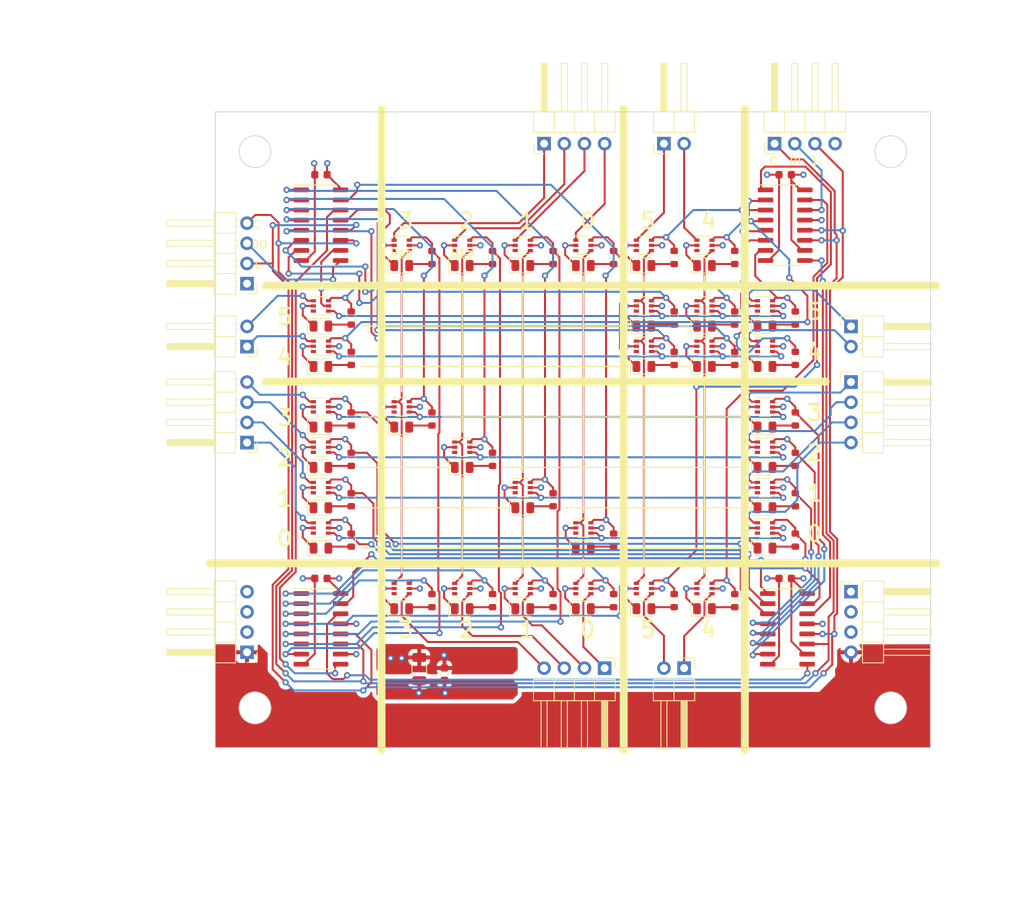
<source format=kicad_pcb>
(kicad_pcb (version 20221018) (generator pcbnew)
  (layers (0 "F.Cu" signal) (1 "In1.Cu" signal) (2 "In2.Cu" signal) (31 "B.Cu" signal) (34 "B.Paste" user) (35 "F.Paste" user) (36 "B.SilkS" user "B.Silkscreen") (37 "F.SilkS" user "F.Silkscreen") (38 "B.Mask" user) (39 "F.Mask" user) (44 "Edge.Cuts" user))
  (net 0 "")
  (net 1 "+3.3VP")
  (net 2 "GND")
  (net 3 "+3V3")
  (net 4 "Net-(D1-A)")
  (net 5 "Net-(D2-A)")
  (net 6 "Net-(D3-A)")
  (net 7 "Net-(D4-A)")
  (net 8 "Net-(D5-A)")
  (net 9 "Net-(D6-A)")
  (net 10 "Net-(D7-A)")
  (net 11 "Net-(D8-A)")
  (net 12 "Net-(D9-A)")
  (net 13 "Net-(D10-A)")
  (net 14 "Net-(D11-A)")
  (net 15 "Net-(D12-A)")
  (net 16 "Net-(D13-A)")
  (net 17 "Net-(D14-A)")
  (net 18 "Net-(D15-A)")
  (net 19 "Net-(D16-A)")
  (net 20 "Net-(D17-A)")
  (net 21 "Net-(D18-A)")
  (net 22 "Net-(D19-A)")
  (net 23 "Net-(D20-A)")
  (net 24 "Net-(D21-A)")
  (net 25 "Net-(D22-A)")
  (net 26 "Net-(D23-A)")
  (net 27 "Net-(D24-A)")
  (net 28 "Net-(D25-A)")
  (net 29 "Net-(D26-A)")
  (net 30 "Net-(D27-A)")
  (net 31 "Net-(D28-A)")
  (net 32 "Net-(D29-A)")
  (net 33 "Net-(D30-A)")
  (net 34 "Net-(D31-A)")
  (net 35 "Net-(D32-A)")
  (net 36 "LATCH")
  (net 37 "MOSI")
  (net 38 "SCLK")
  (net 39 "MISO")
  (net 40 "/west_3")
  (net 41 "/west_2")
  (net 42 "/west_1")
  (net 43 "/west_0")
  (net 44 "/south_0")
  (net 45 "/south_1")
  (net 46 "/south_2")
  (net 47 "/south_3")
  (net 48 "/north_3")
  (net 49 "/north_2")
  (net 50 "/north_1")
  (net 51 "/north_0")
  (net 52 "/east_0")
  (net 53 "/east_1")
  (net 54 "/east_2")
  (net 55 "/east_3")
  (net 56 "/prio_west_1")
  (net 57 "/prio_west_0")
  (net 58 "/prio_north_1")
  (net 59 "/prio_north_0")
  (net 60 "/prio_south_0")
  (net 61 "/prio_south_1")
  (net 62 "/prio_east_0")
  (net 63 "/prio_east_1")
  (net 64 "xp_0")
  (net 65 "xp_1")
  (net 66 "xp_2")
  (net 67 "xp_3")
  (net 68 "xp_4")
  (net 69 "xp_5")
  (net 70 "xp_6")
  (net 71 "xp_7")
  (net 72 "sw_8")
  (net 73 "sw_9")
  (net 74 "sw_10")
  (net 75 "sw_11")
  (net 76 "sw_12")
  (net 77 "sw_13")
  (net 78 "sw_14")
  (net 79 "sw_15")
  (net 80 "sw_24")
  (net 81 "sw_25")
  (net 82 "sw_26")
  (net 83 "sw_27")
  (net 84 "sw_28")
  (net 85 "sw_29")
  (net 86 "sw_30")
  (net 87 "sw_31")
  (net 88 "sw_16")
  (net 89 "sw_17")
  (net 90 "sw_18")
  (net 91 "sw_19")
  (net 92 "sw_20")
  (net 93 "sw_21")
  (net 94 "sw_22")
  (net 95 "sw_23")
  (net 96 "Net-(U1-QH')")
  (net 97 "Net-(U2-QH')")
  (net 98 "Net-(U3-QH')")
  (net 99 "Net-(U21-Pad4)")
  (net 100 "Net-(U12-Pad4)")
  (net 101 "Net-(U15-Pad4)")
  (net 102 "Net-(U18-Pad4)")
  (net 103 "Net-(U10-Pad4)")
  (net 107 "Net-(U12-Pad1)")
  (net 111 "Net-(U15-Pad1)")
  (net 115 "Net-(U18-Pad1)")
  (net 123 "Net-(U25-Pad4)")
  (net 125 "Net-(U26-Pad4)")
  (net 128 "Net-(U27-Pad4)")
  (net 133 "Net-(U31-Pad4)")
  (footprint "Capacitor_SMD:C_0603_1608Metric" (layer "F.Cu") (at 129.845 104.755 -90)
    (fp_text reference "C5" hide)
    (fp_text value "100n")
  )
  (footprint "Resistor_SMD:R_0603_1608Metric" (layer "F.Cu") (at 135.89 52.324 -90)
    (fp_text reference "R15" hide)
    (fp_text value "10k")
  )
  (footprint "Resistor_SMD:R_0603_1608Metric" (layer "F.Cu") (at 135.89 95.504 -90)
    (fp_text reference "R11" hide)
    (fp_text value "10k")
  )
  (footprint "Capacitor_SMD:C_0603_1608Metric" (layer "F.Cu") (at 114.3 92.71 180)
    (fp_text reference "C1" hide)
    (fp_text value "100n")
  )
  (footprint "LED_SMD:LED_0805_2012Metric" (layer "F.Cu") (at 124.46 96.52)
    (fp_text reference "D12" hide)
    (fp_text value "LED (green)")
  )
  (footprint "Resistor_SMD:R_0603_1608Metric" (layer "F.Cu") (at 166.37 65.024 -90)
    (fp_text reference "R5" hide)
    (fp_text value "10k")
  )
  (footprint "LED_SMD:LED_0805_2012Metric" (layer "F.Cu") (at 170.18 88.9)
    (fp_text reference "D29" hide)
    (fp_text value "LED (green)")
  )
  (footprint "Resistor_SMD:R_0603_1608Metric" (layer "F.Cu") (at 135.89 77.724 -90)
    (fp_text reference "R3" hide)
    (fp_text value "10k")
  )
  (footprint "LED_SMD:LED_0805_2012Metric" (layer "F.Cu") (at 124.46 73.66)
    (fp_text reference "D4" hide)
    (fp_text value "LED (green)")
  )
  (footprint "Resistor_SMD:R_0603_1608Metric" (layer "F.Cu") (at 118.11 82.804 -90)
    (fp_text reference "R26" hide)
    (fp_text value "10k")
  )
  (footprint "Package_TO_SOT_SMD:SOT-363_SC-70-6" (layer "F.Cu") (at 124.46 93.98)
    (fp_text reference "U11" hide)
    (fp_text value "NC7SB3157P6X")
  )
  (footprint "Connector_PinHeader_2.54mm:PinHeader_1x02_P2.54mm_Horizontal" (layer "F.Cu") (at 157.46 38 90)
    (fp_text reference "J10" hide)
    (fp_text value "Conn_01x02")
  )
  (footprint "Resistor_SMD:R_0603_1608Metric" (layer "F.Cu") (at 128.27 52.324 -90)
    (fp_text reference "R16" hide)
    (fp_text value "10k")
  )
  (footprint "LED_SMD:LED_0805_2012Metric" (layer "F.Cu") (at 114.3 73.66)
    (fp_text reference "D28" hide)
    (fp_text value "LED (green)")
  )
  (footprint "Package_TO_SOT_SMD:SOT-363_SC-70-6" (layer "F.Cu") (at 147.32 86.36)
    (fp_text reference "U18" hide)
    (fp_text value "NC7SB3157P6X")
  )
  (footprint "Resistor_SMD:R_0603_1608Metric" (layer "F.Cu") (at 158.75 95.504 -90)
    (fp_text reference "R18" hide)
    (fp_text value "10k")
  )
  (footprint "Package_TO_SOT_SMD:SOT-363_SC-70-6" (layer "F.Cu") (at 154.94 50.8)
    (fp_text reference "U27" hide)
    (fp_text value "NC7SB3157P6X")
  )
  (footprint "Package_TO_SOT_SMD:SOT-363_SC-70-6" (layer "F.Cu") (at 162.56 50.8)
    (fp_text reference "U31" hide)
    (fp_text value "NC7SB3157P6X")
  )
  (footprint "Resistor_SMD:R_0603_1608Metric" (layer "F.Cu") (at 118.11 72.644 -90)
    (fp_text reference "R28" hide)
    (fp_text value "10k")
  )
  (footprint "Resistor_SMD:R_0603_1608Metric" (layer "F.Cu") (at 143.51 52.324 -90)
    (fp_text reference "R14" hide)
    (fp_text value "10k")
  )
  (footprint "Package_TO_SOT_SMD:SOT-363_SC-70-6" (layer "F.Cu") (at 170.18 58.42)
    (fp_text reference "U35" hide)
    (fp_text value "NC7SB3157P6X")
  )
  (footprint "Resistor_SMD:R_0603_1608Metric" (layer "F.Cu") (at 173.99 87.884 -90)
    (fp_text reference "R29" hide)
    (fp_text value "10k")
  )
  (footprint "LED_SMD:LED_0805_2012Metric" (layer "F.Cu") (at 154.94 60.96)
    (fp_text reference "D8" hide)
    (fp_text value "LED (green)")
  )
  (footprint "Resistor_SMD:R_0603_1608Metric" (layer "F.Cu") (at 173.99 82.804 -90)
    (fp_text reference "R30" hide)
    (fp_text value "10k")
  )
  (footprint "LED_SMD:LED_0805_2012Metric" (layer "F.Cu") (at 170.18 60.96)
    (fp_text reference "D24" hide)
    (fp_text value "LED (green)")
  )
  (footprint "Resistor_SMD:R_0603_1608Metric" (layer "F.Cu") (at 118.11 65.024 -90)
    (fp_text reference "R21" hide)
    (fp_text value "10k")
  )
  (footprint "LED_SMD:LED_0805_2012Metric" (layer "F.Cu") (at 162.56 53.34)
    (fp_text reference "D19" hide)
    (fp_text value "LED (green)")
  )
  (footprint "LED_SMD:LED_0805_2012Metric" (layer "F.Cu") (at 147.32 53.34)
    (fp_text reference "D13" hide)
    (fp_text value "LED (green)")
  )
  (footprint "LED_SMD:LED_0805_2012Metric" (layer "F.Cu") (at 162.56 66.04)
    (fp_text reference "D5" hide)
    (fp_text value "LED (green)")
  )
  (footprint "Package_TO_SOT_SMD:SOT-363_SC-70-6" (layer "F.Cu") (at 170.18 63.5)
    (fp_text reference "U36" hide)
    (fp_text value "NC7SB3157P6X")
  )
  (footprint "Package_TO_SOT_SMD:SOT-363_SC-70-6" (layer "F.Cu") (at 114.3 76.2)
    (fp_text reference "U6" hide)
    (fp_text value "NC7SB3157P6X")
  )
  (footprint "Resistor_SMD:R_0603_1608Metric" (layer "F.Cu") (at 118.11 87.884 -90)
    (fp_text reference "R25" hide)
    (fp_text value "10k")
  )
  (footprint "Package_TO_SOT_SMD:SOT-363_SC-70-6" (layer "F.Cu") (at 147.32 50.8)
    (fp_text reference "U19" hide)
    (fp_text value "NC7SB3157P6X")
  )
  (footprint "Package_TO_SOT_SMD:SOT-363_SC-70-6" (layer "F.Cu") (at 114.3 86.36)
    (fp_text reference "U8" hide)
    (fp_text value "NC7SB3157P6X")
  )
  (footprint "LED_SMD:LED_0805_2012Metric" (layer "F.Cu") (at 170.18 66.04)
    (fp_text reference "D23" hide)
    (fp_text value "LED (green)")
  )
  (footprint "Resistor_SMD:R_0603_1608Metric" (layer "F.Cu") (at 118.11 59.944 -90)
    (fp_text reference "R22" hide)
    (fp_text value "10k")
  )
  (footprint "LED_SMD:LED_0805_2012Metric" (layer "F.Cu") (at 170.18 78.74)
    (fp_text reference "D31" hide)
    (fp_text value "LED (green)")
  )
  (footprint "LED_SMD:LED_0805_2012Metric" (layer "F.Cu") (at 154.94 53.34)
    (fp_text reference "D20" hide)
    (fp_text value "LED (green)")
  )
  (footprint "Resistor_SMD:R_0603_1608Metric" (layer "F.Cu") (at 143.51 95.504 -90)
    (fp_text reference "R10" hide)
    (fp_text value "10k")
  )
  (footprint "Package_TO_SOT_SMD:SOT-363_SC-70-6" (layer "F.Cu") (at 139.7 93.98)
    (fp_text reference "U17" hide)
    (fp_text value "NC7SB3157P6X")
  )
  (footprint "Resistor_SMD:R_0603_1608Metric" (layer "F.Cu") (at 173.99 77.724 -90)
    (fp_text reference "R31" hide)
    (fp_text value "10k")
  )
  (footprint "LED_SMD:LED_0805_2012Metric" (layer "F.Cu") (at 162.56 96.52)
    (fp_text reference "D17" hide)
    (fp_text value "LED (green)")
  )
  (footprint "Connector_PinHeader_2.54mm:PinHeader_1x04_P2.54mm_Horizontal" (layer "F.Cu") (at 105 55.62 180)
    (fp_text reference "J2" hide)
    (fp_text value "Conn_01x04")
  )
  (footprint "Capacitor_SMD:C_0603_1608Metric" (layer "F.Cu") (at 172.72 92.71 180)
    (fp_text reference "C2" hide)
    (fp_text value "100n")
  )
  (footprint "LED_SMD:LED_0805_2012Metric" (layer "F.Cu") (at 139.7 53.332)
    (fp_text reference "D14" hide)
    (fp_text value "LED (green)")
  )
  (footprint "Resistor_SMD:R_0603_1608Metric" (layer "F.Cu") (at 128.27 95.504 -90)
    (fp_text reference "R12" hide)
    (fp_text value "10k")
  )
  (footprint "Package_TO_SOT_SMD:SOT-363_SC-70-6" (layer "F.Cu") (at 170.18 86.36)
    (fp_text reference "U24" hide)
    (fp_text value "NC7SB3157P6X")
  )
  (footprint "LED_SMD:LED_0805_2012Metric" (layer "F.Cu") (at 170.18 83.82)
    (fp_text reference "D30" hide)
    (fp_text value "LED (green)")
  )
  (footprint "Resistor_SMD:R_0603_1608Metric" (layer "F.Cu") (at 158.75 65.024 -90)
    (fp_text reference "R6" hide)
    (fp_text value "10k")
  )
  (footprint "Resistor_SMD:R_0603_1608Metric" (layer "F.Cu") (at 143.51 82.804 -90)
    (fp_text reference "R2" hide)
    (fp_text value "10k")
  )
  (footprint "Package_SO:SOIC-16_3.9x9.9mm_P1.27mm" (layer "F.Cu") (at 173 99.06)
    (fp_text reference "U2" hide)
    (fp_text value "74HC595")
  )
  (footprint "Package_SO:SOIC-16_3.9x9.9mm_P1.27mm" (layer "F.Cu") (at 114.3 48.26)
    (fp_text reference "U4" hide)
    (fp_text value "74HC595")
  )
  (footprint "Connector_PinHeader_2.54mm:PinHeader_1x04_P2.54mm_Horizontal" (layer "F.Cu") (at 181 68)
    (fp_text reference "J6" hide)
    (fp_text value "Conn_01x04")
  )
  (footprint "LED_SMD:LED_0805_2012Metric" (layer "F.Cu") (at 154.94 96.52)
    (fp_text reference "D18" hide)
    (fp_text value "LED (green)")
  )
  (footprint "LED_SMD:LED_0805_2012Metric" (layer "F.Cu") (at 139.7 83.82)
    (fp_text reference "D2" hide)
    (fp_text value "LED (green)")
  )
  (footprint "Package_TO_SOT_SMD:SOT-363_SC-70-6" (layer "F.Cu") (at 114.3 58.42)
    (fp_text reference "U25" hide)
    (fp_text value "NC7SB3157P6X")
  )
  (footprint "Package_TO_SOT_SMD:SOT-363_SC-70-6" (layer "F.Cu") (at 162.56 63.5)
    (fp_text reference "U33" hide)
    (fp_text value "NC7SB3157P6X")
  )
  (footprint "LED_SMD:LED_0805_2012Metric" (layer "F.Cu") (at 124.46 53.34)
    (fp_text reference "D16")
    (fp_text value "LED (green)")
  )
  (footprint "Package_TO_SOT_SMD:SOT-363_SC-70-6" (layer "F.Cu") (at 170.18 81.28)
    (fp_text reference "U23" hide)
    (fp_text value "NC7SB3157P6X")
  )
  (footprint "Connector_PinHeader_2.54mm:PinHeader_1x04_P2.54mm_Horizontal" (layer "F.Cu") (at 181 94.38)
    (fp_text reference "J9" hide)
    (fp_text value "Conn_01x04")
  )
  (footprint "Package_TO_SOT_SMD:SOT-363_SC-70-6" (layer "F.Cu") (at 162.56 93.98)
    (fp_text reference "U34" hide)
    (fp_text value "NC7SB3157P6X")
  )
  (footprint "LED_SMD:LED_0805_2012Metric" (layer "F.Cu") (at 132.08 78.74)
    (fp_text reference "D3" hide)
    (fp_text value "LED (green)")
  )
  (footprint "Package_TO_SOT_SMD:SOT-363_SC-70-6" (layer "F.Cu") (at 139.7 50.8)
    (fp_text reference "U16" hide)
    (fp_text value "NC7SB3157P6X")
  )
  (footprint "LED_SMD:LED_0805_2012Metric" (layer "F.Cu") (at 114.3 83.82)
    (fp_text reference "D26" hide)
    (fp_text value "LED (green)")
  )
  (footprint "LED_SMD:LED_0805_2012Metric" (layer "F.Cu") (at 147.32 96.52)
    (fp_text reference "D9" hide)
    (fp_text value "LED (green)")
  )
  (footprint "Resistor_SMD:R_0603_1608Metric" (layer "F.Cu") (at 151.13 95.504 -90)
    (fp_text reference "R9" hide)
    (fp_text value "10k")
  )
  (footprint "Package_TO_SOT_SMD:SOT-363_SC-70-6" (layer "F.Cu") (at 154.94 58.42)
    (fp_text reference "U28" hide)
    (fp_text value "NC7SB3157P6X")
  )
  (footprint "Resistor_SMD:R_0603_1608Metric" (layer "F.Cu") (at 158.75 59.944 -90)
    (fp_text reference "R8" hide)
    (fp_text value "10k")
  )
  (footprint "Package_TO_SOT_SMD:SOT-363_SC-70-6" (layer "F.Cu") (at 147.32 93.98)
    (fp_text reference "U20" hide)
    (fp_text value "NC7SB3157P6X")
  )
  (footprint "Connector_PinHeader_2.54mm:PinHeader_1x04_P2.54mm_Horizontal" (layer "F.Cu") (at 171.38 38 90)
    (fp_text reference "J1" hide)
    (fp_text value "Conn_01x04")
  )
  (footprint "Resistor_SMD:R_0603_1608Metric" (layer "F.Cu") (at 173.99 65.024 -90)
    (fp_text reference "R23" hide)
    (fp_text value "10k")
  )
  (footprint "LED_SMD:LED_0805_2012Metric" (layer "F.Cu") (at 114.3 66.04)
    (fp_text reference "D21" hide)
    (fp_text value "LED (green)")
  )
  (footprint "Package_TO_SOT_SMD:SOT-363_SC-70-6" (layer "F.Cu") (at 124.46 50.8)
    (fp_text reference "U10" hide)
    (fp_text value "NC7SB3157P6X")
  )
  (footprint "Package_TO_SOT_SMD:SOT-363_SC-70-6" (layer "F.Cu") (at 154.94 93.98)
    (fp_text reference "U30" hide)
    (fp_text value "NC7SB3157P6X")
  )
  (footprint "Connector_PinHeader_2.54mm:PinHeader_1x02_P2.54mm_Horizontal" (layer "F.Cu") (at 181 61)
    (fp_text reference "J12" hide)
    (fp_text value "Conn_01x02")
  )
  (footprint "Package_TO_SOT_SMD:SOT-363_SC-70-6" (layer "F.Cu") (at 170.18 76.2)
    (fp_text reference "U22" hide)
    (fp_text value "NC7SB3157P6X")
  )
  (footprint "LED_SMD:LED_0805_2012Metric" (layer "F.Cu") (at 162.56 60.96)
    (fp_text reference "D7" hide)
    (fp_text value "LED (green)")
  )
  (footprint "Resistor_SMD:R_0603_1608Metric" (layer "F.Cu") (at 128.27 72.644 -90)
    (fp_text reference "R4" hide)
    (fp_text value "10k")
  )
  (footprint "Resistor_SMD:R_0603_1608Metric" (layer "F.Cu") (at 166.37 52.324 -90)
    (fp_text reference "R19" hide)
    (fp_text value "10k")
  )
  (footprint "LED_SMD:LED_0805_2012Metric" (layer "F.Cu") (at 132.08 96.52)
    (fp_text reference "D11" hide)
    (fp_text value "LED (green)")
  )
  (footprint "LED_SMD:LED_0805_2012Metric" (layer "F.Cu") (at 132.08 53.34)
    (fp_text reference "D15")
    (fp_text value "LED (green)")
  )
  (footprint "LED_SMD:LED_0805_2012Metric" (layer "F.Cu") (at 114.3 88.9)
    (fp_text reference "D25" hide)
    (fp_text value "LED (green)")
  )
  (footprint "Connector_PinHeader_2.54mm:PinHeader_1x02_P2.54mm_Horizontal" (layer "F.Cu") (at 160 104 -90)
    (fp_text reference "J11" hide)
    (fp_text value "Conn_01x02")
  )
  (footprint "Resistor_SMD:R_0603_1608Metric" (layer "F.Cu") (at 173.99 59.944 -90)
    (fp_text reference "R24" hide)
    (fp_text value "10k")
  )
  (footprint "LED_SMD:LED_0805_2012Metric" (layer "F.Cu") (at 114.3 60.96)
    (fp_text reference "D22" hide)
    (fp_text value "LED (green)")
  )
  (footprint "Package_TO_SOT_SMD:SOT-363_SC-70-6" (layer "F.Cu") (at 132.08 76.2)
    (fp_text reference "U12" hide)
    (fp_text value "NC7SB3157P6X")
  )
  (footprint "Resistor_SMD:R_0603_1608Metric" (layer "F.Cu") (at 151.13 52.324 -90)
    (fp_text reference "R13" hide)
    (fp_text value "10k")
  )
  (footprint "Package_TO_SOT_SMD:SOT-363_SC-70-6" (layer "F.Cu") (at 162.56 58.42)
    (fp_text reference "U32" hide)
    (fp_text value "NC7SB3157P6X")
  )
  (footprint "Connector_PinHeader_2.54mm:PinHeader_1x04_P2.54mm_Horizontal" (layer "F.Cu") (at 142.38 38 90)
    (fp_text reference "J5" hide)
    (fp_text value "Conn_01x04")
  )
  (footprint "Package_TO_SOT_SMD:SOT-363_SC-70-6" (layer "F.Cu") (at 132.08 93.98)
    (fp_text reference "U14" hide)
    (fp_text value "NC7SB3157P6X")
  )
  (footprint "Resistor_SMD:R_0603_1608Metric" (layer "F.Cu") (at 118.11 77.724 -90)
    (fp_text reference "R27" hide)
    (fp_text value "10k")
  )
  (footprint "Package_TO_SOT_SMD:SOT-363_SC-70-6" (layer "F.Cu") (at 170.18 71.12)
    (fp_text reference "U21" hide)
    (fp_text value "NC7SB3157P6X")
  )
  (footprint "LED_SMD:LED_0805_2012Metric" (layer "F.Cu") (at 114.3 78.74)
    (fp_text reference "D27" hide)
    (fp_text value "LED (green)")
  )
  (footprint "Package_TO_SOT_SMD:SOT-363_SC-70-6" (layer "F.Cu") (at 124.46 71.12)
    (fp_text reference "U9" hide)
    (fp_text value "NC7SB3157P6X")
  )
  (footprint "Package_SO:SOIC-16_3.9x9.9mm_P1.27mm" (layer "F.Cu") (at 172.72 48.26)
    (fp_text reference "U1" hide)
    (fp_text value "74HC595")
  )
  (footprint "Package_TO_SOT_SMD:SOT-363_SC-70-6" (layer "F.Cu") (at 139.7 81.28)
    (fp_text reference "U15" hide)
    (fp_text value "NC7SB3157P6X")
  )
  (footprint "Connector_PinHeader_2.54mm:PinHeader_1x04_P2.54mm_Horizontal" (layer "F.Cu") (at 105 75.62 180)
    (fp_text reference "J3" hide)
    (fp_text value "Conn_01x04")
  )
  (footprint "Package_TO_SOT_SMD:SOT-363_SC-70-6" (layer "F.Cu") (at 114.3 81.28)
    (fp_text reference "U7" hide)
    (fp_text value "NC7SB3157P6X")
  )
  (footprint "Resistor_SMD:R_0603_1608Metric" (layer "F.Cu") (at 166.37 95.504 -90)
    (fp_text reference "Re" hide)
    (fp_text value "10k")
  )
  (footprint "Connector_PinHeader_2.54mm:PinHeader_1x04_P2.54mm_Horizontal" (layer "F.Cu") (at 150 104 -90)
    (fp_text reference "J4" hide)
    (fp_text value "Conn_01x04")
  )
  (footprint "Package_TO_SOT_SMD:SOT-363_SC-70-6" (layer "F.Cu") (at 154.94 63.5)
    (fp_text reference "U29" hide)
    (fp_text value "NC7SB3157P6X")
  )
  (footprint "Capacitor_SMD:C_0603_1608Metric" (layer "F.Cu") (at 172.72 41.91 180)
    (fp_text reference "C3" hide)
    (fp_text value "100n")
  )
  (footprint "LED_SMD:LED_0805_2012Metric" (layer "F.Cu") (at 147.32 88.9)
    (fp_text reference "D1" hide)
    (fp_text value "LED (green)")
  )
  (footprint "Resistor_SMD:R_1206_3216Metric" (layer "F.Cu") (at 126.67 104.12 -90)
    (fp_text reference "C6" hide)
    (fp_text value "22u")
  )
  (footprint "Resistor_SMD:R_0603_1608Metric" (layer "F.Cu") (at 166.37 59.944 -90)
    (fp_text reference "R7" hide)
    (fp_text value "10k")
  )
  (footprint "Connector_PinHeader_2.54mm:PinHeader_1x04_P2.54mm_Horizontal" (layer "F.Cu") (at 105 102 180)
    (fp_text reference "J7" hide)
    (fp_text value "Conn_01x04")
  )
  (footprint "Package_TO_SOT_SMD:SOT-363_SC-70-6" (layer "F.Cu") (at 114.3 63.5)
    (fp_text reference "U26" hide)
    (fp_text value "NC7SB3157P6X")
  )
  (footprint "Resistor_SMD:R_0603_1608Metric" (layer "F.Cu") (at 151.13 87.884 -90)
    (fp_text reference "R1" hide)
    (fp_text value "10k")
  )
  (footprint "Capacitor_SMD:C_0603_1608Metric" (layer "F.Cu") (at 114.3 41.91 180)
    (fp_text reference "C4" hide)
    (fp_text value "100n")
  )
  (footprint "Package_SO:SOIC-16_3.9x9.9mm_P1.27mm" (layer "F.Cu") (at 114.3 99.06)
    (fp_text reference "U3" hide)
    (fp_text value "74HC595")
  )
  (footprint "LED_SMD:LED_0805_2012Metric" (layer "F.Cu") (at 154.94 66.04)
    (fp_text reference "D6" hide)
    (fp_text value "LED (green)")
  )
  (footprint "Package_TO_SOT_SMD:SOT-363_SC-70-6" (layer "F.Cu") (at 132.08 50.8)
    (fp_text reference "U13" hide)
    (fp_text value "NC7SB3157P6X")
  )
  (footprint "Connector_PinHeader_2.54mm:PinHeader_1x02_P2.54mm_Horizontal" (layer "F.Cu") (at 105 63.54 180)
    (fp_text reference "J8" hide)
    (fp_text value "Conn_01x02")
  )
  (footprint "Package_TO_SOT_SMD:SOT-363_SC-70-6" (layer "F.Cu") (at 114.3 71.12)
    (fp_text reference "U5" hide)
    (fp_text value "NC7SB3157P6X")
  )
  (footprint "Resistor_SMD:R_0603_1608Metric" (layer "F.Cu") (at 173.99 72.644 -90)
    (fp_text reference "R32" hide)
    (fp_text value "10k")
  )
  (footprint "LED_SMD:LED_0805_2012Metric" (layer "F.Cu") (at 170.18 73.66)
    (fp_text reference "D32" hide)
    (fp_text value "LED (green)")
  )
  (footprint "LED_SMD:LED_0805_2012Metric" (layer "F.Cu") (at 139.7 96.52)
    (fp_text reference "D10" hide)
    (fp_text value "LED (green)")
  )
  (footprint "Resistor_SMD:R_0603_1608Metric" (layer "F.Cu") (at 158.75 52.324 -90)
    (fp_text reference "R20" hide)
    (fp_text value "10k")
  )
  (gr_line (start 124.46 74.93) (end 124.46 92.075) (stroke (width 0.15)) (layer "F.SilkS"))
  (gr_line (start 152.4 88.9) (end 168.275 88.9) (stroke (width 0.15)) (layer "F.SilkS"))
  (gr_line (start 159.385 60.96) (end 160.655 60.96) (stroke (width 0.15)) (layer "F.SilkS"))
  (gr_line (start 119.38 60.96) (end 153.035 60.96) (stroke (width 0.15)) (layer "F.SilkS"))
  (gr_line (start 119.38 66.04) (end 153.035 66.04) (stroke (width 0.15)) (layer "F.SilkS"))
  (gr_line (start 167.005 60.96) (end 168.275 60.96) (stroke (width 0.15)) (layer "F.SilkS"))
  (gr_line (start 119.38 78.74) (end 130.175 78.74) (stroke (width 0.15)) (layer "F.SilkS"))
  (gr_line (start 132.08 54.61) (end 132.08 74.295) (stroke (width 0.15)) (layer "F.SilkS"))
  (gr_line (start 119.38 88.9) (end 145.415 88.9) (stroke (width 0.15)) (layer "F.SilkS"))
  (gr_line (start 119.38 83.82) (end 137.795 83.82) (stroke (width 0.15)) (layer "F.SilkS"))
  (gr_line (start 154.94 56.515) (end 154.94 54.61) (stroke (width 0.15)) (layer "F.SilkS"))
  (gr_line (start 147.32 54.61) (end 147.32 84.455) (stroke (width 0.15)) (layer "F.SilkS"))
  (gr_line (start 144.78 83.82) (end 168.275 83.82) (stroke (width 0.15)) (layer "F.SilkS"))
  (gr_line (start 132.08 92.075) (end 132.08 80.01) (stroke (width 0.15)) (layer "F.SilkS"))
  (gr_line (start 168.275 78.74) (end 137.16 78.74) (stroke (width 0.15)) (layer "F.SilkS"))
  (gr_line (start 159.385 66.04) (end 160.655 66.04) (stroke (width 0.15)) (layer "F.SilkS"))
  (gr_line (start 129.54 72.39) (end 168.275 72.39) (stroke (width 0.15)) (layer "F.SilkS"))
  (gr_line (start 162.56 67.31) (end 162.56 92.075) (stroke (width 0.15)) (layer "F.SilkS"))
  (gr_line (start 191.77 55.88) (end 107.315 55.88) (stroke (width 1)) (layer "F.SilkS"))
  (gr_line (start 191.77 90.805) (end 100.33 90.805) (stroke (width 1)) (layer "F.SilkS"))
  (gr_line (start 162.56 54.61) (end 162.56 56.515) (stroke (width 0.15)) (layer "F.SilkS"))
  (gr_line (start 147.32 90.17) (end 147.32 92.075) (stroke (width 0.15)) (layer "F.SilkS"))
  (gr_line (start 121.92 114.3) (end 121.92 33.655) (stroke (width 1)) (layer "F.SilkS"))
  (gr_line (start 152.4 114.3) (end 152.4 33.655) (stroke (width 1)) (layer "F.SilkS"))
  (gr_line (start 167.64 114.3) (end 167.64 33.655) (stroke (width 1)) (layer "F.SilkS"))
  (gr_line (start 139.7 79.375) (end 139.7 54.61) (stroke (width 0.15)) (layer "F.SilkS"))
  (gr_line (start 122.555 72.39) (end 119.38 72.39) (stroke (width 0.15)) (layer "F.SilkS"))
  (gr_line (start 177.8 67.945) (end 107.315 67.945) (stroke (width 1)) (layer "F.SilkS"))
  (gr_line (start 139.7 85.09) (end 139.7 92.075) (stroke (width 0.15)) (layer "F.SilkS"))
  (gr_line (start 167.005 66.04) (end 168.275 66.04) (stroke (width 0.15)) (layer "F.SilkS"))
  (gr_line (start 154.94 92.075) (end 154.94 67.31) (stroke (width 0.15)) (layer "F.SilkS"))
  (gr_line (start 124.46 54.61) (end 124.46 69.215) (stroke (width 0.15)) (layer "F.SilkS"))
  (gr_line (start 101 114) (end 191 114) (stroke (width 0.1)) (layer "Edge.Cuts"))
  (gr_line (start 191 114) (end 191 34) (stroke (width 0.1)) (layer "Edge.Cuts"))
  (gr_line (start 191 34) (end 101 34) (stroke (width 0.1)) (layer "Edge.Cuts"))
  (gr_circle (center 186 39) (end 186 41) (stroke (width 0.1)) (fill none) (layer "Edge.Cuts"))
  (gr_line (start 101 34) (end 101 114) (stroke (width 0.1)) (layer "Edge.Cuts"))
  (gr_circle (center 186 109) (end 186 111) (stroke (width 0.1)) (fill none) (layer "Edge.Cuts"))
  (gr_circle (center 106 39) (end 106 41) (stroke (width 0.1)) (fill none) (layer "Edge.Cuts"))
  (gr_circle (center 106 109) (end 106 111) (stroke (width 0.1)) (fill none) (layer "Edge.Cuts"))
  (gr_text "0" (at 108.585 88.9) (layer "F.SilkS") (effects (font (size 2 2) (thickness 0.3)) (justify left bottom)))
  (gr_text "2" (at 131.445 100.33) (layer "F.SilkS") (effects (font (size 2 2) (thickness 0.3)) (justify left bottom)))
  (gr_text "5" (at 175.26 60.325) (layer "F.SilkS") (effects (font (size 2 2) (thickness 0.3)) (justify left bottom)))
  (gr_text "0" (at 146.685 48.895) (layer "F.SilkS") (effects (font (size 2 2) (thickness 0.3)) (justify left bottom)))
  (gr_text "0" (at 146.685 100.33) (layer "F.SilkS") (effects (font (size 2 2) (thickness 0.3)) (justify left bottom)))
  (gr_text "4" (at 161.925 48.895) (layer "F.SilkS") (effects (font (size 2 2) (thickness 0.3)) (justify left bottom)))
  (gr_text "2" (at 108.585 78.74) (layer "F.SilkS") (effects (font (size 2 2) (thickness 0.3)) (justify left bottom)))
  (gr_text "1" (at 139.065 48.895) (layer "F.SilkS") (effects (font (size 2 2) (thickness 0.3)) (justify left bottom)))
  (gr_text "DI" (at 173.136 40.731) (layer "F.SilkS") (effects (font (size 1 1)) (justify left bottom)))
  (gr_text "C" (at 105.572 48.732) (layer "F.SilkS") (effects (font (size 1 1)) (justify left bottom)))
  (gr_text "C" (at 170.596 40.731) (layer "F.SilkS") (effects (font (size 1 1)) (justify left bottom)))
  (gr_text "L" (at 176.057 40.731) (layer "F.SilkS") (effects (font (size 1 1)) (justify left bottom)))
  (gr_text "1" (at 139.065 100.33) (layer "F.SilkS") (effects (font (size 2 2) (thickness 0.3)) (justify left bottom)))
  (gr_text "3" (at 175.26 73.025) (layer "F.SilkS") (effects (font (size 2 2) (thickness 0.3)) (justify left bottom)))
  (gr_text "5" (at 154.305 48.895) (layer "F.SilkS") (effects (font (size 2 2) (thickness 0.3)) (justify left bottom)))
  (gr_text "3" (at 123.825 48.895) (layer "F.SilkS") (effects (font (size 2 2) (thickness 0.3)) (justify left bottom)))
  (gr_text "5" (at 108.585 60.96) (layer "F.SilkS") (effects (font (size 2 2) (thickness 0.3)) (justify left bottom)))
  (gr_text "DO" (at 105.445 51.272) (layer "F.SilkS") (effects (font (size 1 1)) (justify left bottom)))
  (gr_text "2" (at 175.26 78.105) (layer "F.SilkS") (effects (font (size 2 2) (thickness 0.3)) (justify left bottom)))
  (gr_text "5" (at 154.305 100.33) (layer "F.SilkS") (effects (font (size 2 2) (thickness 0.3)) (justify left bottom)))
  (gr_text "1" (at 175.26 83.185) (layer "F.SilkS") (effects (font (size 2 2) (thickness 0.3)) (justify left bottom)))
  (gr_text "3" (at 108.585 73.66) (layer "F.SilkS") (effects (font (size 2 2) (thickness 0.3)) (justify left bottom)))
  (gr_text "L" (at 105.826 53.812) (layer "F.SilkS") (effects (font (size 1 1)) (justify left bottom)))
  (gr_text "2" (at 131.445 48.895) (layer "F.SilkS") (effects (font (size 2 2) (thickness 0.3)) (justify left bottom)))
  (gr_text "4" (at 175.26 65.405) (layer "F.SilkS") (effects (font (size 2 2) (thickness 0.3)) (justify left bottom)))
  (gr_text "3" (at 123.825 100.33) (layer "F.SilkS") (effects (font (size 2 2) (thickness 0.3)) (justify left bottom)))
  (gr_text "4" (at 108.585 66.04) (layer "F.SilkS") (effects (font (size 2 2) (thickness 0.3)) (justify left bottom)))
  (gr_text "1" (at 108.585 83.82) (layer "F.SilkS") (effects (font (size 2 2) (thickness 0.3)) (justify left bottom)))
  (gr_text "4" (at 161.925 100.33) (layer "F.SilkS") (effects (font (size 2 2) (thickness 0.3)) (justify left bottom)))
  (gr_text "0" (at 175.26 88.265) (layer "F.SilkS") (effects (font (size 2 2) (thickness 0.3)) (justify left bottom)))
  (segment (start 163.51 93.98) (end 164.846 93.98) (width 0.25) (layer "F.Cu") (net 1))
  (segment (start 163.51 50.8) (end 164.846 50.8) (width 0.25) (layer "F.Cu") (net 1))
  (segment (start 133.03 76.2) (end 134.366 76.2) (width 0.25) (layer "F.Cu") (net 1))
  (segment (start 155.89 50.8) (end 157.226 50.8) (width 0.25) (layer "F.Cu") (net 1))
  (segment (start 148.27 50.8) (end 149.606 50.8) (width 0.25) (layer "F.Cu") (net 1))
  (segment (start 148.27 93.98) (end 149.606 93.98) (width 0.25) (layer "F.Cu") (net 1))
  (segment (start 175.098249 102.235) (end 173.495 100.631751) (width 0.25) (layer "F.Cu") (net 1))
  (segment (start 163.51 63.5) (end 164.846 63.5) (width 0.25) (layer "F.Cu") (net 1))
  (segment (start 125.41 71.12) (end 126.746 71.12) (width 0.25) (layer "F.Cu") (net 1))
  (segment (start 115.075 41.91) (end 115.075 40.499) (width 0.25) (layer "F.Cu") (net 1))
  (segment (start 171.13 71.12) (end 172.466 71.12) (width 0.25) (layer "F.Cu") (net 1))
  (segment (start 155.89 93.98) (end 157.226 93.98) (width 0.25) (layer "F.Cu") (net 1))
  (segment (start 114.335 52.900001) (end 114.335 58.08) (width 0.25) (layer "F.Cu") (net 1))
  (segment (start 115.25 71.12) (end 116.586 71.12) (width 0.25) (layer "F.Cu") (net 1))
  (segment (start 174.625 43.815) (end 173.495 42.685) (width 0.25) (layer "F.Cu") (net 1))
  (segment (start 133.03 93.98) (end 134.366 93.98) (width 0.25) (layer "F.Cu") (net 1))
  (segment (start 173.495 100.631751) (end 173.495 92.71) (width 0.25) (layer "F.Cu") (net 1))
  (segment (start 171.13 58.42) (end 172.466 58.42) (width 0.25) (layer "F.Cu") (net 1))
  (segment (start 118.745 102.235) (end 116.775 102.235) (width 0.25) (layer "F.Cu") (net 1))
  (segment (start 115.25 86.36) (end 116.586 86.36) (width 0.25) (layer "F.Cu") (net 1))
  (segment (start 140.65 93.98) (end 141.986 93.98) (width 0.25) (layer "F.Cu") (net 1))
  (segment (start 173.495 50.111751) (end 173.495 41.91) (width 0.25) (layer "F.Cu") (net 1))
  (segment (start 140.65 81.28) (end 141.986 81.28) (width 0.25) (layer "F.Cu") (net 1))
  (segment (start 155.89 58.42) (end 157.226 58.42) (width 0.25) (layer "F.Cu") (net 1))
  (segment (start 148.27 86.36) (end 149.606 86.36) (width 0.25) (layer "F.Cu") (net 1))
  (segment (start 173.495 42.685) (end 173.495 41.91) (width 0.25) (layer "F.Cu") (net 1))
  (segment (start 116.775 43.61) (end 115.075 41.91) (width 0.25) (layer "F.Cu") (net 1))
  (segment (start 115.800001 51.435) (end 114.335 52.900001) (width 0.25) (layer "F.Cu") (net 1))
  (segment (start 115.25 76.2) (end 116.586 76.2) (width 0.25) (layer "F.Cu") (net 1))
  (segment (start 175.475 94.615) (end 175.4 94.615) (width 0.25) (layer "F.Cu") (net 1))
  (segment (start 173.495 92.71) (end 175.006 92.71) (width 0.25) (layer "F.Cu") (net 1))
  (segment (start 125.41 93.98) (end 126.746 93.98) (width 0.25) (layer "F.Cu") (net 1))
  (segment (start 114.675 58.42) (end 115.25 58.42) (width 0.25) (layer "F.Cu") (net 1))
  (segment (start 129.845 102.413) (end 129.794 102.362) (width 0.25) (layer "F.Cu") (net 1))
  (segment (start 116.775 43.815) (end 116.775 43.61) (width 0.25) (layer "F.Cu") (net 1))
  (segment (start 116.775 94.41) (end 115.075 92.71) (width 0.25) (layer "F.Cu") (net 1))
  (segment (start 171.13 63.5) (end 172.466 63.5) (width 0.25) (layer "F.Cu") (net 1))
  (segment (start 171.13 81.28) (end 172.466 81.28) (width 0.25) (layer "F.Cu") (net 1))
  (segment (start 175.475 102.235) (end 175.098249 102.235) (width 0.25) (layer "F.Cu") (net 1))
  (segment (start 173.495 41.91) (end 175.006 41.91) (width 0.25) (layer "F.Cu") (net 1))
  (segment (start 171.13 86.36) (end 172.466 86.36) (width 0.25) (layer "F.Cu") (net 1))
  (segment (start 155.89 63.5) (end 157.226 63.5) (width 0.25) (layer "F.Cu") (net 1))
  (segment (start 174.818249 51.435) (end 173.495 50.111751) (width 0.25) (layer "F.Cu") (net 1))
  (segment (start 163.51 58.42) (end 164.846 58.42) (width 0.25) (layer "F.Cu") (net 1))
  (segment (start 175.4 94.615) (end 173.495 92.71) (width 0.25) (layer "F.Cu") (net 1))
  (segment (start 116.775 51.435) (end 115.800001 51.435) (width 0.25) (layer "F.Cu") (net 1))
  (segment (start 133.03 50.8) (end 134.366 50.8) (width 0.25) (layer "F.Cu") (net 1))
  (segment (start 171.13 76.2) (end 172.466 76.2) (width 0.25) (layer "F.Cu") (net 1))
  (segment (start 129.845 103.98) (end 129.845 102.413) (width 0.25) (layer "F.Cu") (net 1))
  (segment (start 115.25 63.5) (end 116.586 63.5) (width 0.25) (layer "F.Cu") (net 1))
  (segment (start 125.41 50.8) (end 126.746 50.8) (width 0.25) (layer "F.Cu") (net 1))
  (segment (start 126.5845 102.743) (end 124.46 102.743) (width 0.25) (layer "F.Cu") (net 1))
  (segment (start 175.195 43.815) (end 174.625 43.815) (width 0.25) (layer "F.Cu") (net 1))
  (segment (start 140.65 50.8) (end 141.986 50.8) (width 0.25) (layer "F.Cu") (net 1))
  (segment (start 116.775 94.615) (end 116.775 94.41) (width 0.25) (layer "F.Cu") (net 1))
  (segment (start 115.075 92.71) (end 116.586 92.71) (width 0.25) (layer "F.Cu") (net 1))
  (segment (start 115.25 81.28) (end 116.586 81.28) (width 0.25) (layer "F.Cu") (net 1))
  (segment (start 126.67 102.6575) (end 126.5845 102.743) (width 0.25) (layer "F.Cu") (net 1))
  (segment (start 175.195 51.435) (end 174.818249 51.435) (width 0.25) (layer "F.Cu") (net 1))
  (segment (start 114.335 58.08) (end 114.675 58.42) (width 0.25) (layer "F.Cu") (net 1))
  (segment (start 123.063 102.743) (end 124.46 102.743) (width 0.25) (layer "F.Cu") (net 1))
  (segment (start 115.075 40.499) (end 115.097 40.477) (width 0.25) (layer "F.Cu") (net 1))
  (via (at 134.366 50.8) (size 0.8) (drill 0.4) (layers "F.Cu" "B.Cu") (net 1))
  (via (at 114.335 56.225) (size 0.8) (drill 0.4) (layers "F.Cu" "B.Cu") (net 1))
  (via (at 149.606 86.36) (size 0.8) (drill 0.4) (layers "F.Cu" "B.Cu") (net 1))
  (via (at 175.006 92.71) (size 0.8) (drill 0.4) (layers "F.Cu" "B.Cu") (net 1))
  (via (at 164.846 63.5) (size 0.8) (drill 0.4) (layers "F.Cu" "B.Cu") (net 1))
  (via (at 126.746 50.8) (size 0.8) (drill 0.4) (layers "F.Cu" "B.Cu") (net 1))
  (via (at 116.586 92.71) (size 0.8) (drill 0.4) (layers "F.Cu" "B.Cu") (net 1))
  (via (at 172.466 76.2) (size 0.8) (drill 0.4) (layers "F.Cu" "B.Cu") (net 1))
  (via (at 116.586 71.12) (size 0.8) (drill 0.4) (layers "F.Cu" "B.Cu") (net 1))
  (via (at 172.466 81.28) (size 0.8) (drill 0.4) (layers "F.Cu" "B.Cu") (net 1))
  (via (at 175.006 41.91) (size 0.8) (drill 0.4) (layers "F.Cu" "B.Cu") (net 1))
  (via (at 116.586 81.28) (size 0.8) (drill 0.4) (layers "F.Cu" "B.Cu") (net 1))
  (via (at 126.746 71.12) (size 0.8) (drill 0.4) (layers "F.Cu" "B.Cu") (net 1))
  (via (at 116.586 63.5) (size 0.8) (drill 0.4) (layers "F.Cu" "B.Cu") (net 1))
  (via (at 141.986 50.8) (size 0.8) (drill 0.4) (layers "F.Cu" "B.Cu") (net 1))
  (via (at 172.466 63.5) (size 0.8) (drill 0.4) (layers "F.Cu" "B.Cu") (net 1))
  (via (at 157.226 50.8) (size 0.8) (drill 0.4) (layers "F.Cu" "B.Cu") (net 1))
  (via (at 172.466 86.36) (size 0.8) (drill 0.4) (layers "F.Cu" "B.Cu") (net 1))
  (via (at 172.466 71.12) (size 0.8) (drill 0.4) (layers "F.Cu" "B.Cu") (net 1))
  (via (at 157.226 93.98) (size 0.8) (drill 0.4) (layers "F.Cu" "B.Cu") (net 1))
  (via (at 141.986 81.28) (size 0.8) (drill 0.4) (layers "F.Cu" "B.Cu") (net 1))
  (via (at 157.226 63.5) (size 0.8) (drill 0.4) (layers "F.Cu" "B.Cu") (net 1))
  (via (at 129.794 102.362) (size 0.8) (drill 0.4) (layers "F.Cu" "B.Cu") (net 1))
  (via (at 134.366 93.98) (size 0.8) (drill 0.4) (layers "F.Cu" "B.Cu") (net 1))
  (via (at 172.466 58.42) (size 0.8) (drill 0.4) (layers "F.Cu" "B.Cu") (net 1))
  (via (at 141.986 93.98) (size 0.8) (drill 0.4) (layers "F.Cu" "B.Cu") (net 1))
  (via (at 134.366 76.2) (size 0.8) (drill 0.4) (layers "F.Cu" "B.Cu") (net 1))
  (via (at 126.746 93.98) (size 0.8) (drill 0.4) (layers "F.Cu" "B.Cu") (net 1))
  (via (at 116.586 76.2) (size 0.8) (drill 0.4) (layers "F.Cu" "B.Cu") (net 1))
  (via (at 149.606 93.98) (size 0.8) (drill 0.4) (layers "F.Cu" "B.Cu") (net 1))
  (via (at 118.745 102.235) (size 0.8) (drill 0.4) (layers "F.Cu" "B.Cu") (net 1))
  (via (at 123.063 102.743) (size 0.8) (drill 0.4) (layers "F.Cu" "B.Cu") (net 1))
  (via (at 157.226 58.42) (size 0.8) (drill 0.4) (layers "F.Cu" "B.Cu") (net 1))
  (via (at 164.846 50.8) (size 0.8) (drill 0.4) (layers "F.Cu" "B.Cu") (net 1))
  (via (at 164.846 93.98) (size 0.8) (drill 0.4) (layers "F.Cu" "B.Cu") (net 1))
  (via (at 115.097 40.477) (size 0.8) (drill 0.4) (layers "F.Cu" "B.Cu") (net 1))
  (via (at 116.586 86.36) (size 0.8) (drill 0.4) (layers "F.Cu" "B.Cu") (net 1))
  (via (at 124.46 102.743) (size 0.8) (drill 0.4) (layers "F.Cu" "B.Cu") (net 1))
  (via (at 164.846 58.42) (size 0.8) (drill 0.4) (layers "F.Cu" "B.Cu") (net 1))
  (via (at 149.606 50.8) (size 0.8) (drill 0.4) (layers "F.Cu" "B.Cu") (net 1))
  (segment (start 123.5225 96.52) (end 122.174 95.1715) (width 0.25) (layer "F.Cu") (net 2))
  (segment (start 167.894 59.6115) (end 167.894 58.42) (width 0.25) (layer "F.Cu") (net 2))
  (segment (start 113.35 71.12) (end 112.014 71.12) (width 0.25) (layer "F.Cu") (net 2))
  (segment (start 154.0025 96.52) (end 152.654 95.1715) (width 0.25) (layer "F.Cu") (net 2))
  (segment (start 129.794 95.1715) (end 129.794 93.98) (width 0.25) (layer "F.Cu") (net 2))
  (segment (start 153.99 50.8) (end 152.654 50.8) (width 0.25) (layer "F.Cu") (net 2))
  (segment (start 169.23 81.28) (end 167.894 81.28) (width 0.25) (layer "F.Cu") (net 2))
  (segment (start 122.174 72.3115) (end 122.174 71.12) (width 0.25) (layer "F.Cu") (net 2))
  (segment (start 146.37 86.36) (end 145.1 86.36) (width 0.25) (layer "F.Cu") (net 2))
  (segment (start 112.201751 103.505) (end 113.525 102.181751) (width 0.25) (layer "F.Cu") (net 2))
  (segment (start 177.419 98.425) (end 175.475 98.425) (width 0.25) (layer "F.Cu") (net 2))
  (segment (start 113.525 41.91) (end 113.525 40.556) (width 0.25) (layer "F.Cu") (net 2))
  (segment (start 169.23 71.12) (end 167.894 71.12) (width 0.25) (layer "F.Cu") (net 2))
  (segment (start 153.99 58.42) (end 152.654 58.42) (width 0.25) (layer "F.Cu") (net 2))
  (segment (start 129.794 51.9915) (end 129.794 50.8) (width 0.25) (layer "F.Cu") (net 2))
  (segment (start 167.894 64.6915) (end 167.894 63.5) (width 0.25) (layer "F.Cu") (net 2))
  (segment (start 161.61 93.98) (end 160.274 93.98) (width 0.25) (layer "F.Cu") (net 2))
  (segment (start 146.37 50.8) (end 145.034 50.8) (width 0.25) (layer "F.Cu") (net 2))
  (segment (start 167.894 77.3915) (end 167.894 76.2) (width 0.25) (layer "F.Cu") (net 2))
  (segment (start 138.75 81.28) (end 137.414 81.28) (width 0.25) (layer "F.Cu") (net 2))
  (segment (start 146.3825 96.52) (end 145.034 95.1715) (width 0.25) (layer "F.Cu") (net 2))
  (segment (start 161.61 63.5) (end 160.274 63.5) (width 0.25) (layer "F.Cu") (net 2))
  (segment (start 111.825 103.505) (end 112.201751 103.505) (width 0.25) (layer "F.Cu") (net 2))
  (segment (start 131.1425 53.34) (end 129.794 51.9915) (width 0.25) (layer "F.Cu") (net 2))
  (segment (start 113.3625 73.66) (end 112.014 72.3115) (width 0.25) (layer "F.Cu") (net 2))
  (segment (start 170.525 103.505) (end 170.901751 103.505) (width 0.25) (layer "F.Cu") (net 2))
  (segment (start 154.0025 60.96) (end 152.654 59.6115) (width 0.25) (layer "F.Cu") (net 2))
  (segment (start 123.51 50.8) (end 122.174 50.8) (width 0.25) (layer "F.Cu") (net 2))
  (segment (start 116.775 47.625) (end 117.601 47.625) (width 0.25) (layer "F.Cu") (net 2))
  (segment (start 161.6225 53.34) (end 160.274 51.9915) (width 0.25) (layer "F.Cu") (net 2))
  (segment (start 161.61 50.8) (end 160.274 50.8) (width 0.25) (layer "F.Cu") (net 2))
  (segment (start 152.654 51.9915) (end 152.654 50.8) (width 0.25) (layer "F.Cu") (net 2))
  (segment (start 122.174 48.835652) (end 122.174 50.8) (width 0.25) (layer "F.Cu") (net 2))
  (segment (start 113.3625 83.82) (end 112.014 82.4715) (width 0.25) (layer "F.Cu") (net 2))
  (segment (start 138.75 50.8) (end 137.414 50.8) (width 0.25) (layer "F.Cu") (net 2))
  (segment (start 113.35 81.28) (end 112.014 81.28) (width 0.25) (layer "F.Cu") (net 2))
  (segment (start 112.014 87.5515) (end 112.014 86.36) (width 0.25) (layer "F.Cu") (net 2))
  (segment (start 171.945 102.461751) (end 171.945 92.71) (width 0.25) (layer "F.Cu") (net 2))
  (segment (start 117.601 47.625) (end 118.907 46.319) (width 0.25) (layer "F.Cu") (net 2))
  (segment (start 171.945 92.71) (end 170.434 92.71) (width 0.25) (layer "F.Cu") (net 2))
  (segment (start 171.945 41.91) (end 170.434 41.91) (width 0.25) (layer "F.Cu") (net 2))
  (segment (start 113.35 63.5) (end 112.014 63.5) (width 0.25) (layer "F.Cu") (net 2))
  (segment (start 113.525 102.181751) (end 113.525 92.71) (width 0.25) (layer "F.Cu") (net 2))
  (segment (start 161.6225 60.96) (end 160.274 59.6115) (width 0.25) (layer "F.Cu") (net 2))
  (segment (start 123.5225 53.34) (end 122.174 51.9915) (width 0.25) (layer "F.Cu") (net 2))
  (segment (start 131.1425 96.52) (end 129.794 95.1715) (width 0.25) (layer "F.Cu") (net 2))
  (segment (start 113.35 58.42) (end 112.014 58.42) (width 0.25) (layer "F.Cu") (net 2))
  (segment (start 122.174 51.9915) (end 122.174 50.8) (width 0.25) (layer "F.Cu") (net 2))
  (segment (start 161.61 58.42) (end 160.274 58.42) (width 0.25) (layer "F.Cu") (net 2))
  (segment (start 152.654 59.6115) (end 152.654 58.42) (width 0.25) (layer "F.Cu") (net 2))
  (segment (start 169.2425 78.74) (end 167.894 77.3915) (width 0.25) (layer "F.Cu") (net 2))
  (segment (start 152.654 64.6915) (end 152.654 63.5) (width 0.25) (layer "F.Cu") (net 2))
  (segment (start 161.6225 96.52) (end 160.274 95.1715) (width 0.25) (layer "F.Cu") (net 2))
  (segment (start 138.7625 83.82) (end 137.414 82.4715) (width 0.25) (layer "F.Cu") (net 2))
  (segment (start 169.23 76.2) (end 167.894 76.2) (width 0.25) (layer "F.Cu") (net 2))
  (segment (start 169.23 58.42) (end 167.894 58.42) (width 0.25) (layer "F.Cu") (net 2))
  (segment (start 171.945 51.381751) (end 171.945 41.91) (width 0.25) (layer "F.Cu") (net 2))
  (segment (start 138.75 93.98) (end 137.414 93.98) (width 0.25) (layer "F.Cu") (net 2))
  (segment (start 113.3625 88.9) (end 112.014 87.5515) (width 0.25) (layer "F.Cu") (net 2))
  (segment (start 153.99 63.5) (end 152.654 63.5) (width 0.25) (layer "F.Cu") (net 2))
  (segment (start 113.35 86.36) (end 112.014 86.36) (width 0.25) (layer "F.Cu") (net 2))
  (segment (start 131.1425 78.74) (end 129.794 77.3915) (width 0.25) (layer "F.Cu") (net 2))
  (segment (start 145.034 95.1715) (end 145.034 93.98) (width 0.25) (layer "F.Cu") (net 2))
  (segment (start 129.794 77.3915) (end 129.794 76.2) (width 0.25) (layer "F.Cu") (net 2))
  (segment (start 112.014 82.4715) (end 112.014 81.28) (width 0.25) (layer "F.Cu") (net 2))
  (segment (start 170.901751 103.505) (end 171.945 102.461751) (width 0.25) (layer "F.Cu") (net 2))
  (segment (start 169.2425 88.9) (end 167.894 87.5515) (width 0.25) (layer "F.Cu") (net 2))
  (segment (start 169.23 63.5) (end 167.894 63.5) (width 0.25) (layer "F.Cu") (net 2))
  (segment (start 161.6225 66.04) (end 160.274 64.6915) (width 0.25) (layer "F.Cu") (net 2))
  (segment (start 167.894 82.4715) (end 167.894 81.28) (width 0.25) (layer "F.Cu") (net 2))
  (segment (start 169.2425 66.04) (end 167.894 64.6915) (width 0.25) (layer "F.Cu") (net 2))
  (segment (start 113.3625 78.74) (end 112.014 77.3915) (width 0.25) (layer "F.Cu") (net 2))
  (segment (start 113.525 40.556) (end 113.446 40.477) (width 0.25) (layer "F.Cu") (net 2))
  (segment (start 138.7625 96.52) (end 137.414 95.1715) (width 0.25) (layer "F.Cu") (net 2))
  (segment (start 138.7625 53.332) (end 137.414 51.9835) (width 0.25) (layer "F.Cu") (net 2))
  (segment (start 137.414 95.1715) (end 137.414 93.98) (width 0.25) (layer "F.Cu") (net 2))
  (segment (start 111.825 52.705) (end 112.394 52.705) (width 0.25) (layer "F.Cu") (net 2))
  (segment (start 112.014 59.6115) (end 112.014 58.42) (width 0.25) (layer "F.Cu") (net 2))
  (segment (start 160.274 51.9915) (end 160.274 50.8) (width 0.25) (layer "F.Cu") (net 2))
  (segment (start 169.23 86.36) (end 167.894 86.36) (width 0.25) (layer "F.Cu") (net 2))
  (segment (start 126.619 107.061) (end 126.619 107.131) (width 0.25) (layer "F.Cu") (net 2))
  (segment (start 126.67 107.01) (end 126.619 107.061) (width 0.25) (layer "F.Cu") (net 2))
  (segment (start 118.745 98.425) (end 116.775 98.425) (width 0.25) (layer "F.Cu") (net 2))
  (segment (start 126.67 105.5825) (end 126.67 107.01) (width 0.25) (layer "F.Cu") (net 2))
  (segment (start 137.414 51.9835) (end 137.414 50.8) (width 0.25) (layer "F.Cu") (net 2))
  (segment (start 112.014 72.3115) (end 112.014 71.12) (width 0.25) (layer "F.Cu") (net 2))
  (segment (start 154.0025 66.04) (end 152.654 64.6915) (width 0.25) (layer "F.Cu") (net 2))
  (segment (start 160.274 95.1715) (end 160.274 93.98) (width 0.25) (layer "F.Cu") (net 2))
  (segment (start 137.414 82.4715) (end 137.414 81.28) (width 0.25) (layer "F.Cu") (net 2))
  (segment (start 167.894 87.5515) (end 167.894 86.36) (width 0.25) (layer "F.Cu") (net 2))
  (segment (start 126.619 107.061) (end 129.921 107.061) (width 0.25) (layer "F.Cu") (net 2))
  (segment (start 160.274 59.6115) (end 160.274 58.42) (width 0.25) (layer "F.Cu") (net 2))
  (segment (start 129.845 106.985) (end 129.845 105.53) (width 0.25) (layer "F.Cu") (net 2))
  (segment (start 123.51 93.98) (end 122.174 93.98) (width 0.25) (layer "F.Cu") (net 2))
  (segment (start 167.894 72.3115) (end 167.894 71.12) (width 0.25) (layer "F.Cu") (net 2))
  (segment (start 154.0025 53.34) (end 152.654 51.9915) (width 0.25) (layer "F.Cu") (net 2))
  (segment (start 112.014 64.6915) (end 112.014 63.5) (width 0.25) (layer "F.Cu") (net 2))
  (segment (start 123.51 71.12) (end 122.174 71.12) (width 0.25) (layer "F.Cu") (net 2))
  (segment (start 169.2425 60.96) (end 167.894 59.6115) (width 0.25) (layer "F.Cu") (net 2))
  (segment (start 113.525 51.574) (end 113.525 41.91) (width 0.25) (layer "F.Cu") (net 2))
  (segment (start 123.5225 73.66) (end 122.174 72.3115) (width 0.25) (layer "F.Cu") (net 2))
  (segment (start 153.99 93.98) (end 152.654 93.98) (width 0.25) (layer "F.Cu") (net 2))
  (segment (start 122.174 95.1715) (end 122.174 93.98) (width 0.25) (layer "F.Cu") (net 2))
  (segment (start 170.621751 52.705) (end 171.945 51.381751) (width 0.25) (layer "F.Cu") (net 2))
  (segment (start 113.3625 60.96) (end 112.014 59.6115) (width 0.25) (layer "F.Cu") (net 2))
  (segment (start 177.292 47.625) (end 175.195 47.625) (width 0.25) (layer "F.Cu") (net 2))
  (segment (start 170.245 52.705) (end 170.621751 52.705) (width 0.25) (layer "F.Cu") (net 2))
  (segment (start 122.971 48.038652) (end 122.174 48.835652) (width 0.25) (layer "F.Cu") (net 2))
  (segment (start 122.336 46.319) (end 122.971 46.954) (width 0.25) (layer "F.Cu") (net 2))
  (segment (start 122.971 46.954) (end 122.971 48.038652) (width 0.25) (layer "F.Cu") (net 2))
  (segment (start 113.35 76.2) (end 112.014 76.2) (width 0.25) (layer "F.Cu") (net 2))
  (segment (start 169.2425 73.66) (end 167.894 72.3115) (width 0.25) (layer "F.Cu") (net 2))
  (segment (start 145.1 87.6175) (end 146.3825 88.9) (width 0.25) (layer "F.Cu") (net 2))
  (segment (start 118.907 46.319) (end 122.336 46.319) (width 0.25) (layer "F.Cu") (net 2))
  (segment (start 146.3825 53.34) (end 145.034 51.9915) (width 0.25) (layer "F.Cu") (net 2))
  (segment (start 112.014 77.3915) (end 112.014 76.2) (width 0.25) (layer "F.Cu") (net 2))
  (segment (start 169.2425 83.82) (end 167.894 82.4715) (width 0.25) (layer "F.Cu") (net 2))
  (segment (start 129.921 107.061) (end 129.921 107.131) (width 0.25) (layer "F.Cu") (net 2))
  (segment (start 129.921 107.061) (end 129.845 106.985) (width 0.25) (layer "F.Cu") (net 2))
  (segment (start 131.13 76.2) (end 129.794 76.2) (width 0.25) (layer "F.Cu") (net 2))
  (segment (start 113.525 92.71) (end 112.014 92.71) (width 0.25) (layer "F.Cu") (net 2))
  (segment (start 145.034 51.9915) (end 145.034 50.8) (width 0.25) (layer "F.Cu") (net 2))
  (segment (start 152.654 95.1715) (end 152.654 93.98) (width 0.25) (layer "F.Cu") (net 2))
  (segment (start 113.3625 66.04) (end 112.014 64.6915) (width 0.25) (layer "F.Cu") (net 2))
  (segment (start 146.37 93.98) (end 145.034 93.98) (width 0.25) (layer "F.Cu") (net 2))
  (segment (start 112.394 52.705) (end 113.525 51.574) (width 0.25) (layer "F.Cu") (net 2))
  (segment (start 160.274 64.6915) (end 160.274 63.5) (width 0.25) (layer "F.Cu") (net 2))
  (segment (start 131.13 93.98) (end 129.794 93.98) (width 0.25) (layer "F.Cu") (net 2))
  (segment (start 131.13 50.8) (end 129.794 50.8) (width 0.25) (layer "F.Cu") (net 2))
  (segment (start 145.1 86.36) (end 145.1 87.6175) (width 0.25) (layer "F.Cu") (net 2))
  (via (at 137.414 50.8) (size 0.8) (drill 0.4) (layers "F.Cu" "B.Cu") (net 2))
  (via (at 167.894 76.2) (size 0.8) (drill 0.4) (layers "F.Cu" "B.Cu") (net 2))
  (via (at 118.745 98.425) (size 0.8) (drill 0.4) (layers "F.Cu" "B.Cu") (net 2))
  (via (at 177.292 47.625) (size 0.8) (drill 0.4) (layers "F.Cu" "B.Cu") (net 2))
  (via (at 160.274 58.42) (size 0.8) (drill 0.4) (layers "F.Cu" "B.Cu") (net 2))
  (via (at 167.894 81.28) (size 0.8) (drill 0.4) (layers "F.Cu" "B.Cu") (net 2))
  (via (at 152.654 58.42) (size 0.8) (drill 0.4) (layers "F.Cu" "B.Cu") (net 2))
  (via (at 167.894 86.36) (size 0.8) (drill 0.4) (layers "F.Cu" "B.Cu") (net 2))
  (via (at 152.654 93.98) (size 0.8) (drill 0.4) (layers "F.Cu" "B.Cu") (net 2))
  (via (at 112.014 58.42) (size 0.8) (drill 0.4) (layers "F.Cu" "B.Cu") (net 2))
  (via (at 112.014 92.71) (size 0.8) (drill 0.4) (layers "F.Cu" "B.Cu") (net 2))
  (via (at 167.894 71.12) (size 0.8) (drill 0.4) (layers "F.Cu" "B.Cu") (net 2))
  (via (at 160.274 50.8) (size 0.8) (drill 0.4) (layers "F.Cu" "B.Cu") (net 2))
  (via (at 112.014 63.5) (size 0.8) (drill 0.4) (layers "F.Cu" "B.Cu") (net 2))
  (via (at 152.654 50.8) (size 0.8) (drill 0.4) (layers "F.Cu" "B.Cu") (net 2))
  (via (at 129.794 93.98) (size 0.8) (drill 0.4) (layers "F.Cu" "B.Cu") (net 2))
  (via (at 137.414 81.28) (size 0.8) (drill 0.4) (layers "F.Cu" "B.Cu") (net 2))
  (via (at 145.1 86.36) (size 0.8) (drill 0.4) (layers "F.Cu" "B.Cu") (net 2))
  (via (at 113.446 40.477) (size 0.8) (drill 0.4) (layers "F.Cu" "B.Cu") (net 2))
  (via (at 170.434 92.71) (size 0.8) (drill 0.4) (layers "F.Cu" "B.Cu") (net 2))
  (via (at 122.174 93.98) (size 0.8) (drill 0.4) (layers "F.Cu" "B.Cu") (net 2))
  (via (at 126.619 107.131) (size 0.8) (drill 0.4) (layers "F.Cu" "B.Cu") (net 2))
  (via (at 170.434 41.91) (size 0.8) (drill 0.4) (layers "F.Cu" "B.Cu") (net 2))
  (via (at 145.034 50.8) (size 0.8) (drill 0.4) (layers "F.Cu" "B.Cu") (net 2))
  (via (at 112.014 81.28) (size 0.8) (drill 0.4) (layers "F.Cu" "B.Cu") (net 2))
  (via (at 137.414 93.98) (size 0.8) (drill 0.4) (layers "F.Cu" "B.Cu") (net 2))
  (via (at 145.034 93.98) (size 0.8) (drill 0.4) (layers "F.Cu" "B.Cu") (net 2))
  (via (at 160.274 63.5) (size 0.8) (drill 0.4) (layers "F.Cu" "B.Cu") (net 2))
  (via (at 152.654 63.5) (size 0.8) (drill 0.4) (layers "F.Cu" "B.Cu") (net 2))
  (via (at 129.794 50.8) (size 0.8) (drill 0.4) (layers "F.Cu" "B.Cu") (net 2))
  (via (at 160.274 93.98) (size 0.8) (drill 0.4) (layers "F.Cu" "B.Cu") (net 2))
  (via (at 112.014 86.36) (size 0.8) (drill 0.4) (layers "F.Cu" "B.Cu") (net 2))
  (via (at 177.419 98.425) (size 0.8) (drill 0.4) (layers "F.Cu" "B.Cu") (net 2))
  (via (at 112.014 71.12) (size 0.8) (drill 0.4) (layers "F.Cu" "B.Cu") (net 2))
  (via (at 167.894 58.42) (size 0.8) (drill 0.4) (layers "F.Cu" "B.Cu") (net 2))
  (via (at 129.794 76.2) (size 0.8) (drill 0.4) (layers "F.Cu" "B.Cu") (net 2))
  (via (at 167.894 63.5) (size 0.8) (drill 0.4) (layers "F.Cu" "B.Cu") (net 2))
  (via (at 129.921 107.131) (size 0.8) (drill 0.4) (layers "F.Cu" "B.Cu") (net 2))
  (via (at 112.014 76.2) (size 0.8) (drill 0.4) (layers "F.Cu" "B.Cu") (net 2))
  (via (at 122.174 50.8) (size 0.8) (drill 0.4) (layers "F.Cu" "B.Cu") (net 2))
  (via (at 122.174 71.12) (size 0.8) (drill 0.4) (layers "F.Cu" "B.Cu") (net 2))
  (segment (start 151.196 88.709) (end 148.4485 88.709) (width 0.25) (layer "F.Cu") (net 4))
  (segment (start 148.4485 88.709) (end 148.2575 88.9) (width 0.25) (layer "F.Cu") (net 4))
  (segment (start 140.8285 83.629) (end 140.6375 83.82) (width 0.25) (layer "F.Cu") (net 5))
  (segment (start 143.51 83.629) (end 140.8285 83.629) (width 0.25) (layer "F.Cu") (net 5))
  (segment (start 135.89 78.549) (end 133.2085 78.549) (width 0.25) (layer "F.Cu") (net 6))
  (segment (start 133.2085 78.549) (end 133.0175 78.74) (width 0.25) (layer "F.Cu") (net 6))
  (segment (start 125.5885 73.469) (end 125.3975 73.66) (width 0.25) (layer "F.Cu") (net 7))
  (segment (start 128.27 73.469) (end 125.5885 73.469) (width 0.25) (layer "F.Cu") (net 7))
  (segment (start 163.6885 65.849) (end 163.4975 66.04) (width 0.25) (layer "F.Cu") (net 8))
  (segment (start 166.37 65.849) (end 163.6885 65.849) (width 0.25) (layer "F.Cu") (net 8))
  (segment (start 156.0685 65.849) (end 155.8775 66.04) (width 0.25) (layer "F.Cu") (net 9))
  (segment (start 158.75 65.849) (end 156.0685 65.849) (width 0.25) (layer "F.Cu") (net 9))
  (segment (start 163.6885 60.769) (end 166.37 60.769) (width 0.25) (layer "F.Cu") (net 10))
  (segment (start 163.4975 60.96) (end 163.6885 60.769) (width 0.25) (layer "F.Cu") (net 10))
  (segment (start 155.8775 60.96) (end 156.1315 60.706) (width 0.25) (layer "F.Cu") (net 11))
  (segment (start 156.1315 60.706) (end 158.687 60.706) (width 0.25) (layer "F.Cu") (net 11))
  (segment (start 158.687 60.706) (end 158.75 60.769) (width 0.25) (layer "F.Cu") (net 11))
  (segment (start 148.4485 96.329) (end 148.2575 96.52) (width 0.25) (layer "F.Cu") (net 12))
  (segment (start 151.13 96.329) (end 148.4485 96.329) (width 0.25) (layer "F.Cu") (net 12))
  (segment (start 140.8285 96.329) (end 140.6375 96.52) (width 0.25) (layer "F.Cu") (net 13))
  (segment (start 143.51 96.329) (end 140.8285 96.329) (width 0.25) (layer "F.Cu") (net 13))
  (segment (start 135.89 96.329) (end 133.2085 96.329) (width 0.25) (layer "F.Cu") (net 14))
  (segment (start 133.2085 96.329) (end 133.0175 96.52) (width 0.25) (layer "F.Cu") (net 14))
  (segment (start 128.27 96.329) (end 125.5885 96.329) (width 0.25) (layer "F.Cu") (net 15))
  (segment (start 125.5885 96.329) (end 125.3975 96.52) (width 0.25) (layer "F.Cu") (net 15))
  (segment (start 148.4485 53.149) (end 151.13 53.149) (width 0.25) (layer "F.Cu") (net 16))
  (segment (start 148.2575 53.34) (end 148.4485 53.149) (width 0.25) (layer "F.Cu") (net 16))
  (segment (start 140.8205 53.149) (end 143.51 53.149) (width 0.25) (layer "F.Cu") (net 17))
  (segment (start 140.6375 53.332) (end 140.8205 53.149) (width 0.25) (layer "F.Cu") (net 17))
  (segment (start 133.0175 53.34) (end 133.2085 53.149) (width 0.25) (layer "F.Cu") (net 18))
  (segment (start 133.2085 53.149) (end 135.89 53.149) (width 0.25) (layer "F.Cu") (net 18))
  (segment (start 125.3975 53.34) (end 125.5885 53.149) (width 0.25) (layer "F.Cu") (net 19))
  (segment (start 125.5885 53.149) (end 128.27 53.149) (width 0.25) (layer "F.Cu") (net 19))
  (segment (start 163.6885 96.329) (end 163.4975 96.52) (width 0.25) (layer "F.Cu") (net 20))
  (segment (start 166.37 96.329) (end 163.6885 96.329) (width 0.25) (layer "F.Cu") (net 20))
  (segment (start 158.75 96.329) (end 156.0685 96.329) (width 0.25) (layer "F.Cu") (net 21))
  (segment (start 156.0685 96.329) (end 155.8775 96.52) (width 0.25) (layer "F.Cu") (net 21))
  (segment (start 163.6885 53.149) (end 163.4975 53.34) (width 0.25) (layer "F.Cu") (net 22))
  (segment (start 166.37 53.149) (end 163.6885 53.149) (width 0.25) (layer "F.Cu") (net 22))
  (segment (start 158.75 53.149) (end 156.0685 53.149) (width 0.25) (layer "F.Cu") (net 23))
  (segment (start 156.0685 53.149) (end 155.8775 53.34) (width 0.25) (layer "F.Cu") (net 23))
  (segment (start 115.4285 65.849) (end 115.2375 66.04) (width 0.25) (layer "F.Cu") (net 24))
  (segment (start 118.11 65.849) (end 115.4285 65.849) (width 0.25) (layer "F.Cu") (net 24))
  (segment (start 118.11 60.769) (end 115.4285 60.769) (width 0.25) (layer "F.Cu") (net 25))
  (segment (start 115.4285 60.769) (end 115.2375 60.96) (width 0.25) (layer "F.Cu") (net 25))
  (segment (start 171.3085 65.849) (end 171.1175 66.04) (width 0.25) (layer "F.Cu") (net 26))
  (segment (start 173.99 65.849) (end 171.3085 65.849) (width 0.25) (layer "F.Cu") (net 26))
  (segment (start 171.3085 60.769) (end 171.1175 60.96) (width 0.25) (layer "F.Cu") (net 27))
  (segment (start 173.99 60.769) (end 171.3085 60.769) (width 0.25) (layer "F.Cu") (net 27))
  (segment (start 118.11 88.709) (end 115.4285 88.709) (width 0.25) (layer "F.Cu") (net 28))
  (segment (start 115.4285 88.709) (end 115.2375 88.9) (width 0.25) (layer "F.Cu") (net 28))
  (segment (start 115.4285 83.629) (end 115.2375 83.82) (width 0.25) (layer "F.Cu") (net 29))
  (segment (start 118.11 83.629) (end 115.4285 83.629) (width 0.25) (layer "F.Cu") (net 29))
  (segment (start 118.11 78.549) (end 115.4285 78.549) (width 0.25) (layer "F.Cu") (net 30))
  (segment (start 115.4285 78.549) (end 115.2375 78.74) (width 0.25) (layer "F.Cu") (net 30))
  (segment (start 115.4285 73.469) (end 115.2375 73.66) (width 0.25) (layer "F.Cu") (net 31))
  (segment (start 118.11 73.469) (end 115.4285 73.469) (width 0.25) (layer "F.Cu") (net 31))
  (segment (start 173.99 88.709) (end 171.3085 88.709) (width 0.25) (layer "F.Cu") (net 32))
  (segment (start 171.3085 88.709) (end 171.1175 88.9) (width 0.25) (layer "F.Cu") (net 32))
  (segment (start 171.3085 83.629) (end 171.1175 83.82) (width 0.25) (layer "F.Cu") (net 33))
  (segment (start 173.99 83.629) (end 171.3085 83.629) (width 0.25) (layer "F.Cu") (net 33))
  (segment (start 173.99 78.549) (end 171.3085 78.549) (width 0.25) (layer "F.Cu") (net 34))
  (segment (start 171.3085 78.549) (end 171.1175 78.74) (width 0.25) (layer "F.Cu") (net 34))
  (segment (start 171.3085 73.469) (end 171.1175 73.66) (width 0.25) (layer "F.Cu") (net 35))
  (segment (start 173.99 73.469) (end 171.3085 73.469) (width 0.25) (layer "F.Cu") (net 35))
  (segment (start 178.906 97.448396) (end 179.261 97.093396) (width 0.25) (layer "F.Cu") (net 36))
  (segment (start 177.292 48.895) (end 175.195 48.895) (width 0.25) (layer "F.Cu") (net 36))
  (segment (start 108.241 53.066) (end 108.241 54.022701) (width 0.25) (layer "F.Cu") (net 36))
  (segment (start 120.65 101.727) (end 118.618 99.695) (width 0.25) (layer "F.Cu") (net 36))
  (segment (start 110.225 56.006701) (end 110.225 91.507056) (width 0.25) (layer "F.Cu") (net 36))
  (segment (start 118.073 48.895) (end 116.775 48.895) (width 0.25) (layer "F.Cu") (net 36))
  (segment (start 110.225 91.507056) (end 108.23 93.502056) (width 0.25) (layer "F.Cu") (net 36))
  (segment (start 108.227 53.08) (end 108.241 53.066) (width 0.25) (layer "F.Cu") (net 36))
  (segment (start 108.23 93.502056) (end 108.23 104.166) (width 0.25) (layer "F.Cu") (net 36))
  (segment (start 108.241 48.26) (end 108.241 53.066) (width 0.25) (layer "F.Cu") (net 36))
  (segment (start 178.355 86.840208) (end 178.355 56.405396) (width 0.25) (layer "F.Cu") (net 36))
  (segment (start 179.963 54.797396) (end 179.963 48.954) (width 0.25) (layer "F.Cu") (net 36))
  (segment (start 178.906 99.695) (end 178.906 97.448396) (width 0.25) (layer "F.Cu") (net 36))
  (segment (start 178.906 99.695) (end 178.631 99.97) (width 0.25) (layer "F.Cu") (net 36))
  (segment (start 108.241 54.022701) (end 110.225 56.006701) (width 0.25) (layer "F.Cu") (net 36))
  (segment (start 178.631 99.97) (end 178.631 103.572306) (width 0.25) (layer "F.Cu") (net 36))
  (segment (start 177.419 99.695) (end 175.475 99.695) (width 0.25) (layer "F.Cu") (net 36))
  (segment (start 120.65 105.791) (end 120.65 101.727) (width 0.25) (layer "F.Cu") (net 36))
  (segment (start 179.963 41.503) (end 176.46 38) (width 0.25) (layer "F.Cu") (net 36))
  (segment (start 178.631 103.572306) (end 177.550653 104.652653) (width 0.25) (layer "F.Cu") (net 36))
  (segment (start 105 53.08) (end 108.227 53.08) (width 0.25) (layer "F.Cu") (net 36))
  (segment (start 118.745 48.223) (end 118.073 48.895) (width 0.25) (layer "F.Cu") (net 36))
  (segment (start 179.963 48.954) (end 179.963 41.503) (width 0.25) (layer "F.Cu") (net 36))
  (segment (start 178.355 56.405396) (end 179.963 54.797396) (width 0.25) (layer "F.Cu") (net 36))
  (segment (start 179.261 97.093396) (end 179.261 87.746208) (width 0.25) (layer "F.Cu") (net 36))
  (segment (start 119.634 106.807) (end 120.65 105.791) (width 0.25) (layer "F.Cu") (net 36))
  (segment (start 108.23 104.166) (end 109.855 105.791) (width 0.25) (layer "F.Cu") (net 36))
  (segment (start 118.618 99.695) (end 116.775 99.695) (width 0.25) (layer "F.Cu") (net 36))
  (segment (start 179.261 87.746208) (end 178.355 86.840208) (width 0.25) (layer "F.Cu") (net 36))
  (via (at 108.241 48.26) (size 0.8) (drill 0.4) (layers "F.Cu" "B.Cu") (net 36))
  (via (at 178.906 99.695) (size 0.8) (drill 0.4) (layers "F.Cu" "B.Cu") (net 36))
  (via (at 177.292 48.895) (size 0.8) (drill 0.4) (layers "F.Cu" "B.Cu") (net 36))
  (via (at 109.855 105.791) (size 0.8) (drill 0.4) (layers "F.Cu" "B.Cu") (net 36))
  (via (at 119.634 106.807) (size 0.8) (drill 0.4) (layers "F.Cu" "B.Cu") (net 36))
  (via (at 179.963 48.954) (size 0.8) (drill 0.4) (layers "F.Cu" "B.Cu") (net 36))
  (via (at 118.745 48.223) (size 0.8) (drill 0.4) (layers "F.Cu" "B.Cu") (net 36))
  (via (at 177.419 99.695) (size 0.8) (drill 0.4) (layers "F.Cu" "B.Cu") (net 36))
  (via (at 177.550653 104.652653) (size 0.8) (drill 0.4) (layers "F.Cu" "B.Cu") (net 36))
  (segment (start 118.708 48.26) (end 118.745 48.223) (width 0.25) (layer "B.Cu") (net 36))
  (segment (start 179.963 48.954) (end 179.904 48.895) (width 0.25) (layer "B.Cu") (net 36))
  (segment (start 179.904 48.895) (end 177.292 48.895) (width 0.25) (layer "B.Cu") (net 36))
  (segment (start 110.871 106.807) (end 119.634 106.807) (width 0.25) (layer "B.Cu") (net 36))
  (segment (start 120.035 106.406) (end 119.634 106.807) (width 0.25) (layer "B.Cu") (net 36))
  (segment (start 177.550653 104.652653) (end 175.797306 106.406) (width 0.25) (layer "B.Cu") (net 36))
  (segment (start 175.797306 106.406) (end 120.035 106.406) (width 0.25) (layer "B.Cu") (net 36))
  (segment (start 109.855 105.791) (end 110.871 106.807) (width 0.25) (layer "B.Cu") (net 36))
  (segment (start 108.241 48.26) (end 118.708 48.26) (width 0.25) (layer "B.Cu") (net 36))
  (segment (start 178.906 99.695) (end 177.419 99.695) (width 0.25) (layer "B.Cu") (net 36))
  (segment (start 177.292 46.355) (end 175.195 46.355) (width 0.25) (layer "F.Cu") (net 37))
  (via (at 177.292 46.355) (size 0.8) (drill 0.4) (layers "F.Cu" "B.Cu") (net 37))
  (segment (start 177.292 46.355) (end 177.292 41.372) (width 0.25) (layer "B.Cu") (net 37))
  (segment (start 177.292 41.372) (end 173.92 38) (width 0.25) (layer "B.Cu") (net 37))
  (segment (start 176.53 104.648) (end 178.181 102.997) (width 0.25) (layer "F.Cu") (net 38))
  (segment (start 118.364 50.165) (end 116.775 50.165) (width 0.25) (layer "F.Cu") (net 38))
  (segment (start 110.675 55.820305) (end 110.675 91.693452) (width 0.25) (layer "F.Cu") (net 38))
  (segment (start 119.634 105.664) (end 119.634 101.727) (width 0.25) (layer "F.Cu") (net 38))
  (segment (start 178.181 100.965) (end 178.181 97.537) (width 0.25) (layer "F.Cu") (net 38))
  (segment (start 118.872 100.965) (end 116.775 100.965) (width 0.25) (layer "F.Cu") (net 38))
  (segment (start 108.966 54.111305) (end 110.675 55.820305) (width 0.25) (layer "F.Cu") (net 38))
  (segment (start 110.675 91.693452) (end 108.68 93.688452) (width 0.25) (layer "F.Cu") (net 38))
  (segment (start 178.811 96.907) (end 178.811 87.932604) (width 0.25) (layer "F.Cu") (net 38))
  (segment (start 178.947 49.208) (end 178.947 43.944604) (width 0.25) (layer "F.Cu") (net 38))
  (segment (start 178.811 87.932604) (end 177.905 87.026604) (width 0.25) (layer "F.Cu") (net 38))
  (segment (start 178.947 43.944604) (end 174.987396 39.985) (width 0.25) (layer "F.Cu") (net 38))
  (segment (start 177.292 50.165) (end 175.195 50.165) (width 0.25) (layer "F.Cu") (net 38))
  (segment (start 108.68 93.688452) (end 108.68 103.473) (width 0.25) (layer "F.Cu") (net 38))
  (segment (start 179.192 54.932) (end 179.192 50.165) (width 0.25) (layer "F.Cu") (net 38))
  (segment (start 177.905 56.219) (end 179.192 54.932) (width 0.25) (layer "F.Cu") (net 38))
  (segment (start 107.976305 46.97) (end 106.03 46.97) (width 0.25) (layer "F.Cu") (net 38))
  (segment (start 108.966 50.546) (end 108.966 47.959695) (width 0.25) (layer "F.Cu") (net 38))
  (segment (start 178.181 100.965) (end 175.475 100.965) (width 0.25) (layer "F.Cu") (net 38))
  (segment (start 174.987396 39.985) (end 173.365 39.985) (width 0.25) (layer "F.Cu") (net 38))
  (segment (start 179.192 49.453) (end 178.947 49.208) (width 0.25) (layer "F.Cu") (net 38))
  (segment (start 178.181 102.997) (end 178.181 100.965) (width 0.25) (layer "F.Cu") (net 38))
  (segment (start 179.192 50.165) (end 179.192 49.453) (width 0.25) (layer "F.Cu") (net 38))
  (segment (start 119.634 101.727) (end 118.872 100.965) (width 0.25) (layer "F.Cu") (net 38))
  (segment (start 106.03 46.97) (end 105 48) (width 0.25) (layer "F.Cu") (net 38))
  (segment (start 118.745 50.546) (end 118.364 50.165) (width 0.25) (layer "F.Cu") (net 38))
  (segment (start 108.966 50.546) (end 108.966 54.111305) (width 0.25) (layer "F.Cu") (net 38))
  (segment (start 108.68 103.473) (end 109.855 104.648) (width 0.25) (layer "F.Cu") (net 38))
  (segment (start 177.905 87.026604) (end 177.905 56.219) (width 0.25) (layer "F.Cu") (net 38))
  (segment (start 108.966 47.959695) (end 107.976305 46.97) (width 0.25) (layer "F.Cu") (net 38))
  (segment (start 178.181 97.537) (end 178.811 96.907) (width 0.25) (layer "F.Cu") (net 38))
  (segment (start 173.365 39.985) (end 171.38 38) (width 0.25) (layer "F.Cu") (net 38))
  (via (at 119.634 105.664) (size 0.8) (drill 0.4) (layers "F.Cu" "B.Cu") (net 38))
  (via (at 177.292 50.165) (size 0.8) (drill 0.4) (layers "F.Cu" "B.Cu") (net 38))
  (via (at 109.855 104.648) (size 0.8) (drill 0.4) (layers "F.Cu" "B.Cu") (net 38))
  (via (at 118.745 50.546) (size 0.8) (drill 0.4) (layers "F.Cu" "B.Cu") (net 38))
  (via (at 179.192 50.165) (size 0.8) (drill 0.4) (layers "F.Cu" "B.Cu") (net 38))
  (via (at 108.966 50.546) (size 0.8) (drill 0.4) (layers "F.Cu" "B.Cu") (net 38))
  (via (at 176.53 104.648) (size 0.8) (drill 0.4) (layers "F.Cu" "B.Cu") (net 38))
  (segment (start 176.53 104.657305) (end 175.289305 105.898) (width 0.25) (layer "B.Cu") (net 38))
  (segment (start 119.868 105.898) (end 119.634 105.664) (width 0.25) (layer "B.Cu") (net 38))
  (segment (start 176.53 104.648) (end 176.53 104.657305) (width 0.25) (layer "B.Cu") (net 38))
  (segment (start 118.745 50.546) (end 108.966 50.546) (width 0.25) (layer "B.Cu") (net 38))
  (segment (start 109.855 104.648) (end 110.871 105.664) (width 0.25) (layer "B.Cu") (net 38))
  (segment (start 179.192 50.165) (end 177.292 50.165) (width 0.25) (layer "B.Cu") (net 38))
  (segment (start 110.871 105.664) (end 119.634 105.664) (width 0.25) (layer "B.Cu") (net 38))
  (segment (start 175.289305 105.898) (end 119.868 105.898) (width 0.25) (layer "B.Cu") (net 38))
  (segment (start 115.824 55.098) (end 115.824 53.656) (width 0.25) (layer "F.Cu") (net 39))
  (segment (start 115.824 53.656) (end 116.775 52.705) (width 0.25) (layer "F.Cu") (net 39))
  (via (at 115.824 55.098) (size 0.8) (drill 0.4) (layers "F.Cu" "B.Cu") (net 39))
  (segment (start 115.824 55.098) (end 109.558 55.098) (width 0.25) (layer "B.Cu") (net 39))
  (segment (start 109.558 55.098) (end 105 50.54) (width 0.25) (layer "B.Cu") (net 39))
  (segment (start 113.35 70.47) (end 112.888 70.47) (width 0.25) (layer "F.Cu") (net 40))
  (segment (start 112.888 70.47) (end 112.014 69.596) (width 0.25) (layer "F.Cu") (net 40))
  (via (at 112.014 69.596) (size 0.8) (drill 0.4) (layers "F.Cu" "B.Cu") (net 40))
  (segment (start 112.014 69.596) (end 106.596 69.596) (width 0.25) (layer "B.Cu") (net 40))
  (segment (start 106.596 69.596) (end 105 68) (width 0.25) (layer "B.Cu") (net 40))
  (segment (start 113.35 75.55) (end 112.888 75.55) (width 0.25) (layer "F.Cu") (net 41))
  (segment (start 112.888 75.55) (end 112.014 74.676) (width 0.25) (layer "F.Cu") (net 41))
  (via (at 112.014 74.676) (size 0.8) (drill 0.4) (layers "F.Cu" "B.Cu") (net 41))
  (segment (start 107.878 70.54) (end 105 70.54) (width 0.25) (layer "B.Cu") (net 41))
  (segment (start 112.014 74.676) (end 107.878 70.54) (width 0.25) (layer "B.Cu") (net 41))
  (segment (start 112.888 80.63) (end 112.014 79.756) (width 0.25) (layer "F.Cu") (net 42))
  (segment (start 113.35 80.63) (end 112.888 80.63) (width 0.25) (layer "F.Cu") (net 42))
  (via (at 112.014 79.756) (size 0.8) (drill 0.4) (layers "F.Cu" "B.Cu") (net 42))
  (segment (start 109.046 75.126) (end 109.033604 75.126) (width 0.25) (layer "B.Cu") (net 42))
  (segment (start 106.987604 73.08) (end 105 73.08) (width 0.25) (layer "B.Cu") (net 42))
  (segment (start 112.014 78.094) (end 109.046 75.126) (width 0.25) (layer "B.Cu") (net 42))
  (segment (start 109.033604 75.126) (end 106.987604 73.08) (width 0.25) (layer "B.Cu") (net 42))
  (segment (start 112.014 79.756) (end 112.014 78.094) (width 0.25) (layer "B.Cu") (net 42))
  (segment (start 112.634 85.71) (end 112.014 85.09) (width 0.25) (layer "F.Cu") (net 43))
  (segment (start 113.35 85.71) (end 112.634 85.71) (width 0.25) (layer "F.Cu") (net 43))
  (via (at 112.014 85.09) (size 0.8) (drill 0.4) (layers "F.Cu" "B.Cu") (net 43))
  (segment (start 107.949 75.62) (end 105 75.62) (width 0.25) (layer "B.Cu") (net 43))
  (segment (start 111.125 78.796) (end 107.949 75.62) (width 0.25) (layer "B.Cu") (net 43))
  (segment (start 111.125 84.201) (end 111.125 78.796) (width 0.25) (layer "B.Cu") (net 43))
  (segment (start 112.014 85.09) (end 111.125 84.201) (width 0.25) (layer "B.Cu") (net 43))
  (segment (start 147.32 95.58) (end 147.32 101.32) (width 0.25) (layer "F.Cu") (net 44))
  (segment (start 148.27 94.63) (end 147.32 95.58) (width 0.25) (layer "F.Cu") (net 44))
  (segment (start 147.32 101.32) (end 150 104) (width 0.25) (layer "F.Cu") (net 44))
  (segment (start 142.073 98.613) (end 140.904 98.613) (width 0.25) (layer "F.Cu") (net 45))
  (segment (start 139.7 95.58) (end 140.65 94.63) (width 0.25) (layer "F.Cu") (net 45))
  (segment (start 139.7 97.409) (end 139.7 95.58) (width 0.25) (layer "F.Cu") (net 45))
  (segment (start 147.46 104) (end 142.073 98.613) (width 0.25) (layer "F.Cu") (net 45))
  (segment (start 140.904 98.613) (end 139.7 97.409) (width 0.25) (layer "F.Cu") (net 45))
  (segment (start 140.869 99.949) (end 144.92 104) (width 0.25) (layer "F.Cu") (net 46))
  (segment (start 133.35 99.949) (end 140.869 99.949) (width 0.25) (layer "F.Cu") (net 46))
  (segment (start 132.08 95.58) (end 132.08 98.679) (width 0.25) (layer "F.Cu") (net 46))
  (segment (start 132.08 98.679) (end 133.35 99.949) (width 0.25) (layer "F.Cu") (net 46))
  (segment (start 133.03 94.63) (end 132.08 95.58) (width 0.25) (layer "F.Cu") (net 46))
  (segment (start 139.091 100.711) (end 142.38 104) (width 0.25) (layer "F.Cu") (net 47))
  (segment (start 124.46 95.58) (end 124.46 97.409) (width 0.25) (layer "F.Cu") (net 47))
  (segment (start 124.46 97.409) (end 127.762 100.711) (width 0.25) (layer "F.Cu") (net 47))
  (segment (start 125.41 94.63) (end 124.46 95.58) (width 0.25) (layer "F.Cu") (net 47))
  (segment (start 127.762 100.711) (end 139.091 100.711) (width 0.25) (layer "F.Cu") (net 47))
  (segment (start 124.714 48.006) (end 123.51 49.21) (width 0.25) (layer "F.Cu") (net 48))
  (segment (start 139.192 48.006) (end 124.714 48.006) (width 0.25) (layer "F.Cu") (net 48))
  (segment (start 142.38 44.818) (end 139.192 48.006) (width 0.25) (layer "F.Cu") (net 48))
  (segment (start 142.38 38) (end 142.38 44.818) (width 0.25) (layer "F.Cu") (net 48))
  (segment (start 123.51 49.21) (end 123.51 50.15) (width 0.25) (layer "F.Cu") (net 48))
  (segment (start 131.13 50.15) (end 132.639 48.641) (width 0.25) (layer "F.Cu") (net 49))
  (segment (start 132.639 48.641) (end 139.3825 48.641) (width 0.25) (layer "F.Cu") (net 49))
  (segment (start 139.3825 48.641) (end 144.92 43.1035) (width 0.25) (layer "F.Cu") (net 49))
  (segment (start 144.92 43.1035) (end 144.92 38) (width 0.25) (layer "F.Cu") (net 49))
  (segment (start 147.46 41.44) (end 147.46 38) (width 0.25) (layer "F.Cu") (net 50))
  (segment (start 138.75 50.15) (end 147.46 41.44) (width 0.25) (layer "F.Cu") (net 50))
  (segment (start 146.37 49.21) (end 146.37 50.15) (width 0.25) (layer "F.Cu") (net 51))
  (segment (start 150 45.58) (end 146.37 49.21) (width 0.25) (layer "F.Cu") (net 51))
  (segment (start 150 38) (end 150 45.58) (width 0.25) (layer "F.Cu") (net 51))
  (segment (start 169.23 85.71) (end 168.768 85.71) (width 0.25) (layer "F.Cu") (net 52))
  (segment (start 168.768 85.71) (end 167.894 84.836) (width 0.25) (layer "F.Cu") (net 52))
  (via (at 167.894 84.836) (size 0.8) (drill 0.4) (layers "F.Cu" "B.Cu") (net 52))
  (segment (start 177.014 75.62) (end 174.244 78.39) (width 0.25) (layer "B.Cu") (net 52))
  (segment (start 174.244 82.804) (end 172.72 84.328) (width 0.25) (layer "B.Cu") (net 52))
  (segment (start 174.244 78.39) (end 174.244 82.804) (width 0.25) (layer "B.Cu") (net 52))
  (segment (start 172.72 84.328) (end 168.402 84.328) (width 0.25) (layer "B.Cu") (net 52))
  (segment (start 168.402 84.328) (end 167.894 84.836) (width 0.25) (layer "B.Cu") (net 52))
  (segment (start 181 75.62) (end 177.014 75.62) (width 0.25) (layer "B.Cu") (net 52))
  (segment (start 168.514 80.63) (end 167.894 80.01) (width 0.25) (layer "F.Cu") (net 53))
  (segment (start 169.23 80.63) (end 168.514 80.63) (width 0.25) (layer "F.Cu") (net 53))
  (via (at 167.894 80.01) (size 0.8) (drill 0.4) (layers "F.Cu" "B.Cu") (net 53))
  (segment (start 168.656 79.248) (end 167.894 80.01) (width 0.25) (layer "B.Cu") (net 53))
  (segment (start 172.466 79.248) (end 168.656 79.248) (width 0.25) (layer "B.Cu") (net 53))
  (segment (start 178.634 73.08) (end 172.466 79.248) (width 0.25) (layer "B.Cu") (net 53))
  (segment (start 181 73.08) (end 178.634 73.08) (width 0.25) (layer "B.Cu") (net 53))
  (segment (start 169.23 75.55) (end 168.514 75.55) (width 0.25) (layer "F.Cu") (net 54))
  (segment (start 168.514 75.55) (end 167.894 74.93) (width 0.25) (layer "F.Cu") (net 54))
  (via (at 167.894 74.93) (size 0.8) (drill 0.4) (layers "F.Cu" "B.Cu") (net 54))
  (segment (start 176.434 74.168) (end 168.656 74.168) (width 0.25) (layer "B.Cu") (net 54))
  (segment (start 178.447604 72.154396) (end 176.434 74.168) (width 0.25) (layer "B.Cu") (net 54))
  (segment (start 181 70.54) (end 179.173 70.54) (width 0.25) (layer "B.Cu") (net 54))
  (segment (start 168.656 74.168) (end 167.894 74.93) (width 0.25) (layer "B.Cu") (net 54))
  (segment (start 179.173 70.54) (end 178.447604 71.265396) (width 0.25) (layer "B.Cu") (net 54))
  (segment (start 178.447604 71.265396) (end 178.447604 72.154396) (width 0.25) (layer "B.Cu") (net 54))
  (segment (start 169.23 70.47) (end 168.514 70.47) (width 0.25) (layer "F.Cu") (net 55))
  (segment (start 168.514 70.47) (end 167.894 69.85) (width 0.25) (layer "F.Cu") (net 55))
  (via (at 167.894 69.85) (size 0.8) (drill 0.4) (layers "F.Cu" "B.Cu") (net 55))
  (segment (start 181 68) (end 179.678 69.322) (width 0.25) (layer "B.Cu") (net 55))
  (segment (start 168.422 69.322) (end 167.894 69.85) (width 0.25) (layer "B.Cu") (net 55))
  (segment (start 179.678 69.322) (end 168.422 69.322) (width 0.25) (layer "B.Cu") (net 55))
  (segment (start 112.634 57.77) (end 112.014 57.15) (width 0.25) (layer "F.Cu") (net 56))
  (segment (start 113.35 57.77) (end 112.634 57.77) (width 0.25) (layer "F.Cu") (net 56))
  (via (at 112.014 57.15) (size 0.8) (drill 0.4) (layers "F.Cu" "B.Cu") (net 56))
  (segment (start 108.85 57.15) (end 105 61) (width 0.25) (layer "B.Cu") (net 56))
  (segment (start 112.014 57.15) (end 108.85 57.15) (width 0.25) (layer "B.Cu") (net 56))
  (segment (start 113.35 62.85) (end 112.634 62.85) (width 0.25) (layer "F.Cu") (net 57))
  (segment (start 112.634 62.85) (end 112.014 62.23) (width 0.25) (layer "F.Cu") (net 57))
  (via (at 112.014 62.23) (size 0.8) (drill 0.4) (layers "F.Cu" "B.Cu") (net 57))
  (segment (start 106.31 62.23) (end 105 63.54) (width 0.25) (layer "B.Cu") (net 57))
  (segment (start 112.014 62.23) (end 106.31 62.23) (width 0.25) (layer "B.Cu") (net 57))
  (segment (start 153.99 50.15) (end 157.46 46.68) (width 0.25) (layer "F.Cu") (net 58))
  (segment (start 157.46 46.68) (end 157.46 38) (width 0.25) (layer "F.Cu") (net 58))
  (segment (start 161.61 50.15) (end 161.535 50.075) (width 0.25) (layer "F.Cu") (net 59))
  (segment (start 160 48.54) (end 160 38) (width 0.25) (layer "F.Cu") (net 59))
  (segment (start 161.61 50.15) (end 160 48.54) (width 0.25) (layer "F.Cu") (net 59))
  (segment (start 160 99.969) (end 162.56 97.409) (width 0.25) (layer "F.Cu") (net 60))
  (segment (start 162.56 95.58) (end 163.51 94.63) (width 0.25) (layer "F.Cu") (net 60))
  (segment (start 162.56 97.409) (end 162.56 95.58) (width 0.25) (layer "F.Cu") (net 60))
  (segment (start 160 104) (end 160 99.969) (width 0.25) (layer "F.Cu") (net 60))
  (segment (start 154.94 95.58) (end 154.94 97.409) (width 0.25) (layer "F.Cu") (net 61))
  (segment (start 154.94 97.409) (end 157.46 99.929) (width 0.25) (layer "F.Cu") (net 61))
  (segment (start 155.89 94.63) (end 154.94 95.58) (width 0.25) (layer "F.Cu") (net 61))
  (segment (start 157.46 99.929) (end 157.46 104) (width 0.25) (layer "F.Cu") (net 61))
  (segment (start 168.514 62.85) (end 169.23 62.85) (width 0.25) (layer "F.Cu") (net 62))
  (segment (start 167.894 62.23) (end 168.514 62.85) (width 0.25) (layer "F.Cu") (net 62))
  (via (at 167.894 62.23) (size 0.8) (drill 0.4) (layers "F.Cu" "B.Cu") (net 62))
  (segment (start 181 63.54) (end 178.928 61.468) (width 0.25) (layer "B.Cu") (net 62))
  (segment (start 168.656 61.468) (end 167.894 62.23) (width 0.25) (layer "B.Cu") (net 62))
  (segment (start 178.928 61.468) (end 168.656 61.468) (width 0.25) (layer "B.Cu") (net 62))
  (segment (start 168.514 57.77) (end 167.894 57.15) (width 0.25) (layer "F.Cu") (net 63))
  (segment (start 169.23 57.77) (end 168.514 57.77) (width 0.25) (layer "F.Cu") (net 63))
  (via (at 167.894 57.15) (size 0.8) (drill 0.4) (layers "F.Cu" "B.Cu") (net 63))
  (segment (start 167.894 57.15) (end 168.656 56.388) (width 0.25) (layer "B.Cu") (net 63))
  (segment (start 176.388 56.388) (end 181 61) (width 0.25) (layer "B.Cu") (net 63))
  (segment (start 168.656 56.388) (end 176.388 56.388) (width 0.25) (layer "B.Cu") (net 63))
  (segment (start 150.114 54.61) (end 150.18 54.676) (width 0.25) (layer "F.Cu") (net 64))
  (segment (start 148.636 85.344) (end 148.27 85.71) (width 0.25) (layer "F.Cu") (net 64))
  (segment (start 150.18 85.344) (end 148.636 85.344) (width 0.25) (layer "F.Cu") (net 64))
  (segment (start 150.18 54.676) (end 150.18 85.344) (width 0.25) (layer "F.Cu") (net 64))
  (segment (start 118.872 43.962999) (end 118.872 43.18) (width 0.25) (layer "F.Cu") (net 64))
  (segment (start 117.749999 45.085) (end 118.872 43.962999) (width 0.25) (layer "F.Cu") (net 64))
  (segment (start 150.18 85.344) (end 151.13 86.294) (width 0.25) (layer "F.Cu") (net 64))
  (segment (start 151.13 86.294) (end 151.13 87.059) (width 0.25) (layer "F.Cu") (net 64))
  (segment (start 116.775 45.085) (end 117.749999 45.085) (width 0.25) (layer "F.Cu") (net 64))
  (via (at 150.114 54.61) (size 0.8) (drill 0.4) (layers "F.Cu" "B.Cu") (net 64))
  (via (at 118.872 43.18) (size 0.8) (drill 0.4) (layers "F.Cu" "B.Cu") (net 64))
  (via (at 150.18 85.344) (size 0.8) (drill 0.4) (layers "F.Cu" "B.Cu") (net 64))
  (segment (start 150.114 54.61) (end 151.13 53.594) (width 0.25) (layer "B.Cu") (net 64))
  (segment (start 143.256 43.18) (end 118.872 43.18) (width 0.25) (layer "B.Cu") (net 64))
  (segment (start 151.13 51.054) (end 143.256 43.18) (width 0.25) (layer "B.Cu") (net 64))
  (segment (start 151.13 53.594) (end 151.13 51.054) (width 0.25) (layer "B.Cu") (net 64))
  (segment (start 142.494 80.264) (end 142.494 54.61) (width 0.25) (layer "F.Cu") (net 65))
  (segment (start 142.494 80.264) (end 143.51 81.28) (width 0.25) (layer "F.Cu") (net 65))
  (segment (start 141.016 80.264) (end 142.494 80.264) (width 0.25) (layer "F.Cu") (net 65))
  (segment (start 109.982 43.815) (end 111.825 43.815) (width 0.25) (layer "F.Cu") (net 65))
  (segment (start 140.65 80.63) (end 141.016 80.264) (width 0.25) (layer "F.Cu") (net 65))
  (segment (start 143.51 81.28) (end 143.51 81.979) (width 0.25) (layer "F.Cu") (net 65))
  (via (at 142.494 80.264) (size 0.8) (drill 0.4) (layers "F.Cu" "B.Cu") (net 65))
  (via (at 109.982 43.815) (size 0.8) (drill 0.4) (layers "F.Cu" "B.Cu") (net 65))
  (via (at 142.494 54.61) (size 0.8) (drill 0.4) (layers "F.Cu" "B.Cu") (net 65))
  (segment (start 136.398 43.942) (end 143.51 51.054) (width 0.25) (layer "B.Cu") (net 65))
  (segment (start 143.51 51.054) (end 143.51 53.594) (width 0.25) (layer "B.Cu") (net 65))
  (segment (start 143.51 53.594) (end 142.494 54.61) (width 0.25) (layer "B.Cu") (net 65))
  (segment (start 110.109 43.942) (end 136.398 43.942) (width 0.25) (layer "B.Cu") (net 65))
  (segment (start 109.982 43.815) (end 110.109 43.942) (width 0.25) (layer "B.Cu") (net 65))
  (segment (start 135.89 76.2) (end 135.89 76.899) (width 0.25) (layer "F.Cu") (net 66))
  (segment (start 133.03 75.55) (end 133.396 75.184) (width 0.25) (layer "F.Cu") (net 66))
  (segment (start 133.396 75.184) (end 134.874 75.184) (width 0.25) (layer "F.Cu") (net 66))
  (segment (start 134.874 54.864) (end 134.874 54.61) (width 0.25) (layer "F.Cu") (net 66))
  (segment (start 134.874 75.184) (end 134.874 54.864) (width 0.25) (layer "F.Cu") (net 66))
  (segment (start 134.874 75.184) (end 135.89 76.2) (width 0.25) (layer "F.Cu") (net 66))
  (segment (start 109.982 45.085) (end 111.825 45.085) (width 0.25) (layer "F.Cu") (net 66))
  (via (at 134.874 54.61) (size 0.8) (drill 0.4) (layers "F.Cu" "B.Cu") (net 66))
  (via (at 109.982 45.085) (size 0.8) (drill 0.4) (layers "F.Cu" "B.Cu") (net 66))
  (via (at 134.874 75.184) (size 0.8) (drill 0.4) (layers "F.Cu" "B.Cu") (net 66))
  (segment (start 110.109 44.958) (end 129.794 44.958) (width 0.25) (layer "B.Cu") (net 66))
  (segment (start 135.89 51.054) (end 135.89 53.594) (width 0.25) (layer "B.Cu") (net 66))
  (segment (start 129.794 44.958) (end 135.89 51.054) (width 0.25) (layer "B.Cu") (net 66))
  (segment (start 135.89 53.594) (end 134.874 54.61) (width 0.25) (layer "B.Cu") (net 66))
  (segment (start 109.982 45.085) (end 110.109 44.958) (width 0.25) (layer "B.Cu") (net 66))
  (segment (start 127.254 70.104) (end 127.254 54.61) (width 0.25) (layer "F.Cu") (net 67))
  (segment (start 125.41 70.47) (end 125.776 70.104) (width 0.25) (layer "F.Cu") (net 67))
  (segment (start 128.27 71.12) (end 128.27 71.819) (width 0.25) (layer "F.Cu") (net 67))
  (segment (start 125.776 70.104) (end 127.254 70.104) (width 0.25) (layer "F.Cu") (net 67))
  (segment (start 127.254 70.104) (end 128.27 71.12) (width 0.25) (layer "F.Cu") (net 67))
  (segment (start 109.982 46.355) (end 111.825 46.355) (width 0.25) (layer "F.Cu") (net 67))
  (via (at 127.254 70.104) (size 0.8) (drill 0.4) (layers "F.Cu" "B.Cu") (net 67))
  (via (at 109.982 46.355) (size 0.8) (drill 0.4) (layers "F.Cu" "B.Cu") (net 67))
  (via (at 127.254 54.61) (size 0.8) (drill 0.4) (layers "F.Cu" "B.Cu") (net 67))
  (segment (start 128.27 53.594) (end 127.254 54.61) (width 0.25) (layer "B.Cu") (net 67))
  (segment (start 123.444 46.228) (end 128.27 51.054) (width 0.25) (layer "B.Cu") (net 67))
  (segment (start 109.982 46.355) (end 110.109 46.228) (width 0.25) (layer "B.Cu") (net 67))
  (segment (start 110.109 46.228) (end 123.444 46.228) (width 0.25) (layer "B.Cu") (net 67))
  (segment (start 128.27 51.054) (end 128.27 53.594) (width 0.25) (layer "B.Cu") (net 67))
  (segment (start 121.449 61.421694) (end 121.449 47.969) (width 0.25) (layer "F.Cu") (net 68))
  (segment (start 110.072 47.625) (end 111.825 47.625) (width 0.25) (layer "F.Cu") (net 68))
  (segment (start 166.37 63.5) (end 166.37 64.199) (width 0.25) (layer "F.Cu") (net 68))
  (segment (start 163.876 62.484) (end 165.354 62.484) (width 0.25) (layer "F.Cu") (net 68))
  (segment (start 163.51 62.85) (end 163.876 62.484) (width 0.25) (layer "F.Cu") (net 68))
  (segment (start 121.449 47.969) (end 121.92 47.498) (width 0.25) (layer "F.Cu") (net 68))
  (segment (start 165.354 62.484) (end 166.37 63.5) (width 0.25) (layer "F.Cu") (net 68))
  (segment (start 109.982 47.535) (end 110.072 47.625) (width 0.25) (layer "F.Cu") (net 68))
  (segment (start 121.412 61.458694) (end 121.449 61.421694) (width 0.25) (layer "F.Cu") (net 68))
  (via (at 121.92 47.498) (size 0.8) (drill 0.4) (layers "F.Cu" "B.Cu") (net 68))
  (via (at 121.412 61.458694) (size 0.8) (drill 0.4) (layers "F.Cu" "B.Cu") (net 68))
  (via (at 165.354 62.484) (size 0.8) (drill 0.4) (layers "F.Cu" "B.Cu") (net 68))
  (via (at 109.982 47.535) (size 0.8) (drill 0.4) (layers "F.Cu" "B.Cu") (net 68))
  (segment (start 163.83 60.96) (end 165.354 62.484) (width 0.25) (layer "B.Cu") (net 68))
  (segment (start 121.910694 60.96) (end 163.83 60.96) (width 0.25) (layer "B.Cu") (net 68))
  (segment (start 121.412 61.458694) (end 121.910694 60.96) (width 0.25) (layer "B.Cu") (net 68))
  (segment (start 109.982 47.535) (end 110.019 47.498) (width 0.25) (layer "B.Cu") (net 68))
  (segment (start 110.019 47.498) (end 121.92 47.498) (width 0.25) (layer "B.Cu") (net 68))
  (segment (start 110.109 48.895) (end 111.825 48.895) (width 0.25) (layer "F.Cu") (net 69))
  (segment (start 158.75 63.5) (end 157.734 62.484) (width 0.25) (layer "F.Cu") (net 69))
  (segment (start 120.65 61.722) (end 121.412 62.484) (width 0.25) (layer "F.Cu") (net 69))
  (segment (start 157.734 62.484) (end 156.256 62.484) (width 0.25) (layer "F.Cu") (net 69))
  (segment (start 158.75 64.199) (end 158.75 63.5) (width 0.25) (layer "F.Cu") (net 69))
  (segment (start 120.65 49.022) (end 120.65 61.722) (width 0.25) (layer "F.Cu") (net 69))
  (segment (start 156.256 62.484) (end 155.89 62.85) (width 0.25) (layer "F.Cu") (net 69))
  (segment (start 109.982 49.022) (end 110.109 48.895) (width 0.25) (layer "F.Cu") (net 69))
  (via (at 157.734 62.484) (size 0.8) (drill 0.4) (layers "F.Cu" "B.Cu") (net 69))
  (via (at 120.65 49.022) (size 0.8) (drill 0.4) (layers "F.Cu" "B.Cu") (net 69))
  (via (at 121.412 62.484) (size 0.8) (drill 0.4) (layers "F.Cu" "B.Cu") (net 69))
  (via (at 109.982 49.022) (size 0.8) (drill 0.4) (layers "F.Cu" "B.Cu") (net 69))
  (segment (start 122.391 61.505) (end 122.391 61.514305) (width 0.25) (layer "B.Cu") (net 69))
  (segment (start 118.627305 49.022) (end 120.65 49.022) (width 0.25) (layer "B.Cu") (net 69))
  (segment (start 156.718 61.468) (end 122.428 61.468) (width 0.25) (layer "B.Cu") (net 69))
  (segment (start 122.428 61.468) (end 122.391 61.505) (width 0.25) (layer "B.Cu") (net 69))
  (segment (start 121.92 61.976) (end 121.929305 61.976) (width 0.25) (layer "B.Cu") (net 69))
  (segment (start 121.412 62.484) (end 121.92 61.976) (width 0.25) (layer "B.Cu") (net 69))
  (segment (start 157.734 62.484) (end 156.718 61.468) (width 0.25) (layer "B.Cu") (net 69))
  (segment (start 109.982 49.022) (end 118.627305 49.022) (width 0.25) (layer "B.Cu") (net 69))
  (segment (start 122.391 61.514305) (end 121.929305 61.976) (width 0.25) (layer "B.Cu") (net 69))
  (segment (start 165.354 57.404) (end 166.37 58.42) (width 0.25) (layer "F.Cu") (net 70))
  (segment (start 111.125 50.165) (end 111.825 50.165) (width 0.25) (layer "F.Cu") (net 70))
  (segment (start 166.37 58.42) (end 166.37 59.373) (width 0.25) (layer "F.Cu") (net 70))
  (segment (start 109.855 51.435) (end 111.125 50.165) (width 0.25) (layer "F.Cu") (net 70))
  (segment (start 163.51 57.77) (end 163.876 57.404) (width 0.25) (layer "F.Cu") (net 70))
  (segment (start 163.876 57.404) (end 165.354 57.404) (width 0.25) (layer "F.Cu") (net 70))
  (segment (start 119.888 53.467) (end 119.888 56.642) (width 0.25) (layer "F.Cu") (net 70))
  (via (at 119.888 53.467) (size 0.8) (drill 0.4) (layers "F.Cu" "B.Cu") (net 70))
  (via (at 109.855 51.435) (size 0.8) (drill 0.4) (layers "F.Cu" "B.Cu") (net 70))
  (via (at 119.888 56.642) (size 0.8) (drill 0.4) (layers "F.Cu" "B.Cu") (net 70))
  (via (at 165.354 57.404) (size 0.8) (drill 0.4) (layers "F.Cu" "B.Cu") (net 70))
  (segment (start 119.888 56.642) (end 120.65 56.642) (width 0.25) (layer "B.Cu") (net 70))
  (segment (start 121.158 56.134) (end 164.084 56.134) (width 0.25) (layer "B.Cu") (net 70))
  (segment (start 164.084 56.134) (end 165.354 57.404) (width 0.25) (layer "B.Cu") (net 70))
  (segment (start 120.65 56.642) (end 121.158 56.134) (width 0.25) (layer "B.Cu") (net 70))
  (segment (start 109.855 51.435) (end 111.887 53.467) (width 0.25) (layer "B.Cu") (net 70))
  (segment (start 111.887 53.467) (end 119.888 53.467) (width 0.25) (layer "B.Cu") (net 70))
  (segment (start 119.126 58.039) (end 119.126 54.356) (width 0.25) (layer "F.Cu") (net 71))
  (segment (start 158.75 58.42) (end 157.734 57.404) (width 0.25) (layer "F.Cu") (net 71))
  (segment (start 158.75 59.119) (end 158.75 58.42) (width 0.25) (layer "F.Cu") (net 71))
  (segment (start 110.236 54.356) (end 110.236 52.324) (width 0.25) (layer "F.Cu") (net 71))
  (segment (start 110.236 52.324) (end 111.125 51.435) (width 0.25) (layer "F.Cu") (net 71))
  (segment (start 157.734 57.404) (end 156.256 57.404) (width 0.25) (layer "F.Cu") (net 71))
  (segment (start 156.256 57.404) (end 155.89 57.77) (width 0.25) (layer "F.Cu") (net 71))
  (segment (start 111.125 51.435) (end 111.825 51.435) (width 0.25) (layer "F.Cu") (net 71))
  (via (at 110.236 54.356) (size 0.8) (drill 0.4) (layers "F.Cu" "B.Cu") (net 71))
  (via (at 119.126 54.356) (size 0.8) (drill 0.4) (layers "F.Cu" "B.Cu") (net 71))
  (via (at 119.126 58.039) (size 0.8) (drill 0.4) (layers "F.Cu" "B.Cu") (net 71))
  (via (at 157.734 57.404) (size 0.8) (drill 0.4) (layers "F.Cu" "B.Cu") (net 71))
  (segment (start 119.126 58.039) (end 120.523 58.039) (width 0.25) (layer "B.Cu") (net 71))
  (segment (start 121.92 56.642) (end 156.972 56.642) (width 0.25) (layer "B.Cu") (net 71))
  (segment (start 110.236 54.356) (end 119.126 54.356) (width 0.25) (layer "B.Cu") (net 71))
  (segment (start 120.523 58.039) (end 121.92 56.642) (width 0.25) (layer "B.Cu") (net 71))
  (segment (start 156.972 56.642) (end 157.734 57.404) (width 0.25) (layer "B.Cu") (net 71))
  (segment (start 150.114 92.964) (end 151.13 93.98) (width 0.25) (layer "F.Cu") (net 72))
  (segment (start 148.27 93.33) (end 148.636 92.964) (width 0.25) (layer "F.Cu") (net 72))
  (segment (start 118.364 91.948) (end 118.364 94.996) (width 0.25) (layer "F.Cu") (net 72))
  (segment (start 118.364 94.996) (end 117.475 95.885) (width 0.25) (layer "F.Cu") (net 72))
  (segment (start 148.636 92.964) (end 150.114 92.964) (width 0.25) (layer "F.Cu") (net 72))
  (segment (start 120.65 89.662) (end 118.364 91.948) (width 0.25) (layer "F.Cu") (net 72))
  (segment (start 151.13 93.98) (end 151.13 94.679) (width 0.25) (layer "F.Cu") (net 72))
  (segment (start 117.475 95.885) (end 116.775 95.885) (width 0.25) (layer "F.Cu") (net 72))
  (via (at 150.114 92.964) (size 0.8) (drill 0.4) (layers "F.Cu" "B.Cu") (net 72))
  (via (at 120.65 89.662) (size 0.8) (drill 0.4) (layers "F.Cu" "B.Cu") (net 72))
  (segment (start 147.828 90.678) (end 150.114 92.964) (width 0.25) (layer "B.Cu") (net 72))
  (segment (start 121.666 90.678) (end 147.828 90.678) (width 0.25) (layer "B.Cu") (net 72))
  (segment (start 120.65 89.662) (end 121.666 90.678) (width 0.25) (layer "B.Cu") (net 72))
  (segment (start 143.51 93.98) (end 143.51 94.679) (width 0.25) (layer "F.Cu") (net 73))
  (segment (start 142.494 92.964) (end 143.51 93.98) (width 0.25) (layer "F.Cu") (net 73))
  (segment (start 109.855 94.615) (end 111.825 94.615) (width 0.25) (layer "F.Cu") (net 73))
  (segment (start 141.016 92.964) (end 142.494 92.964) (width 0.25) (layer "F.Cu") (net 73))
  (segment (start 140.65 93.33) (end 141.016 92.964) (width 0.25) (layer "F.Cu") (net 73))
  (via (at 142.494 92.964) (size 0.8) (drill 0.4) (layers "F.Cu" "B.Cu") (net 73))
  (via (at 109.855 94.615) (size 0.8) (drill 0.4) (layers "F.Cu" "B.Cu") (net 73))
  (segment (start 119.4435 91.186) (end 140.716 91.186) (width 0.25) (layer "B.Cu") (net 73))
  (segment (start 116.0145 94.615) (end 119.4435 91.186) (width 0.25) (layer "B.Cu") (net 73))
  (segment (start 109.855 94.615) (end 116.0145 94.615) (width 0.25) (layer "B.Cu") (net 73))
  (segment (start 140.716 91.186) (end 142.494 92.964) (width 0.25) (layer "B.Cu") (net 73))
  (segment (start 135.89 93.98) (end 135.89 94.679) (width 0.25) (layer "F.Cu") (net 74))
  (segment (start 133.396 92.964) (end 134.874 92.964) (width 0.25) (layer "F.Cu") (net 74))
  (segment (start 134.874 92.964) (end 135.89 93.98) (width 0.25) (layer "F.Cu") (net 74))
  (segment (start 109.855 95.885) (end 111.825 95.885) (width 0.25) (layer "F.Cu") (net 74))
  (segment (start 133.03 93.33) (end 133.396 92.964) (width 0.25) (layer "F.Cu") (net 74))
  (via (at 109.855 95.885) (size 0.8) (drill 0.4) (layers "F.Cu" "B.Cu") (net 74))
  (via (at 134.874 92.964) (size 0.8) (drill 0.4) (layers "F.Cu" "B.Cu") (net 74))
  (segment (start 109.855 95.885) (end 115.443 95.885) (width 0.25) (layer "B.Cu") (net 74))
  (segment (start 119.634 91.694) (end 133.604 91.694) (width 0.25) (layer "B.Cu") (net 74))
  (segment (start 115.443 95.885) (end 119.634 91.694) (width 0.25) (layer "B.Cu") (net 74))
  (segment (start 133.604 91.694) (end 134.874 92.964) (width 0.25) (layer "B.Cu") (net 74))
  (segment (start 109.855 97.155) (end 111.825 97.155) (width 0.25) (layer "F.Cu") (net 75))
  (segment (start 125.41 93.33) (end 125.776 92.964) (width 0.25) (layer "F.Cu") (net 75))
  (segment (start 127.254 92.964) (end 128.27 93.98) (width 0.25) (layer "F.Cu") (net 75))
  (segment (start 125.776 92.964) (end 127.254 92.964) (width 0.25) (layer "F.Cu") (net 75))
  (segment (start 128.27 93.98) (end 128.27 94.679) (width 0.25) (layer "F.Cu") (net 75))
  (via (at 109.855 97.155) (size 0.8) (drill 0.4) (layers "F.Cu" "B.Cu") (net 75))
  (via (at 127.254 92.964) (size 0.8) (drill 0.4) (layers "F.Cu" "B.Cu") (net 75))
  (segment (start 114.935 97.155) (end 119.126 92.964) (width 0.25) (layer "B.Cu") (net 75))
  (segment (start 119.126 92.964) (end 127.254 92.964) (width 0.25) (layer "B.Cu") (net 75))
  (segment (start 109.855 97.155) (end 114.935 97.155) (width 0.25) (layer "B.Cu") (net 75))
  (segment (start 151.929 97.409) (end 151.943 97.395) (width 0.25) (layer "F.Cu") (net 76))
  (segment (start 148.27 50.15) (end 148.636 49.784) (width 0.25) (layer "F.Cu") (net 76))
  (segment (start 151.943 97.395) (end 151.943 94.294305) (width 0.25) (layer "F.Cu") (net 76))
  (segment (start 151.929 58.119695) (end 152.07 57.978695) (width 0.25) (layer "F.Cu") (net 76))
  (segment (start 152.07 93.538695) (end 152.07 63.941305) (width 0.25) (layer "F.Cu") (net 76))
  (segment (start 150.368 49.784) (end 151.13 50.546) (width 0.25) (layer "F.Cu") (net 76))
  (segment (start 151.929 94.280305) (end 151.929 93.679695) (width 0.25) (layer "F.Cu") (net 76))
  (segment (start 109.855 98.425) (end 111.825 98.425) (width 0.25) (layer "F.Cu") (net 76))
  (segment (start 151.929 93.679695) (end 152.07 93.538695) (width 0.25) (layer "F.Cu") (net 76))
  (segment (start 152.07 57.978695) (end 152.07 52.439) (width 0.25) (layer "F.Cu") (net 76))
  (segment (start 152.07 52.439) (end 151.13 51.499) (width 0.25) (layer "F.Cu") (net 76))
  (segment (start 152.07 63.941305) (end 151.929 63.800305) (width 0.25) (layer "F.Cu") (net 76))
  (segment (start 151.943 94.294305) (end 151.929 94.280305) (width 0.25) (layer "F.Cu") (net 76))
  (segment (start 151.13 50.546) (end 151.13 51.499) (width 0.25) (layer "F.Cu") (net 76))
  (segment (start 148.636 49.784) (end 150.368 49.784) (width 0.25) (layer "F.Cu") (net 76))
  (segment (start 151.929 63.800305) (end 151.929 58.119695) (width 0.25) (layer "F.Cu") (net 76))
  (via (at 109.855 98.425) (size 0.8) (drill 0.4) (layers "F.Cu" "B.Cu") (net 76))
  (via (at 151.929 97.409) (size 0.8) (drill 0.4) (layers "F.Cu" "B.Cu") (net 76))
  (segment (start 117.348 98.425) (end 109.855 98.425) (width 0.25) (layer "B.Cu") (net 76))
  (segment (start 118.364 97.409) (end 117.348 98.425) (width 0.25) (layer "B.Cu") (net 76))
  (segment (start 151.929 97.409) (end 118.364 97.409) (width 0.25) (layer "B.Cu") (net 76))
  (segment (start 144.31 84.052004) (end 144.31 52.299) (width 0.25) (layer "F.Cu") (net 77))
  (segment (start 142.748 49.784) (end 143.51 50.546) (width 0.25) (layer "F.Cu") (net 77))
  (segment (start 144.45 98.151) (end 144.45 94.421305) (width 0.25) (layer "F.Cu") (net 77))
  (segment (start 143.51 50.546) (end 143.51 51.499) (width 0.25) (layer "F.Cu") (net 77))
  (segment (start 144.309 94.280305) (end 144.309 94.254996) (width 0.25) (layer "F.Cu") (net 77))
  (segment (start 144.069 84.293004) (end 144.31 84.052004) (width 0.25) (layer "F.Cu") (net 77))
  (segment (start 141.016 49.784) (end 142.748 49.784) (width 0.25) (layer "F.Cu") (net 77))
  (segment (start 109.855 99.695) (end 111.825 99.695) (width 0.25) (layer "F.Cu") (net 77))
  (segment (start 144.309 94.254996) (end 144.069 94.014996) (width 0.25) (layer "F.Cu") (net 77))
  (segment (start 140.65 50.15) (end 141.016 49.784) (width 0.25) (layer "F.Cu") (net 77))
  (segment (start 144.069 94.014996) (end 144.069 84.293004) (width 0.25) (layer "F.Cu") (net 77))
  (segment (start 144.31 52.299) (end 143.51 51.499) (width 0.25) (layer "F.Cu") (net 77))
  (segment (start 144.45 94.421305) (end 144.309 94.280305) (width 0.25) (layer "F.Cu") (net 77))
  (via (at 109.855 99.695) (size 0.8) (drill 0.4) (layers "F.Cu" "B.Cu") (net 77))
  (via (at 144.45 98.151) (size 0.8) (drill 0.4) (layers "F.Cu" "B.Cu") (net 77))
  (segment (start 144.45 98.151) (end 144.433 98.134) (width 0.25) (layer "B.Cu") (net 77))
  (segment (start 120.628153 98.134) (end 119.067153 99.695) (width 0.25) (layer "B.Cu") (net 77))
  (segment (start 119.067153 99.695) (end 109.855 99.695) (width 0.25) (layer "B.Cu") (net 77))
  (segment (start 144.433 98.134) (end 120.628153 98.134) (width 0.25) (layer "B.Cu") (net 77))
  (segment (start 135.89 50.546) (end 135.128 49.784) (width 0.25) (layer "F.Cu") (net 78))
  (segment (start 133.396 49.784) (end 133.03 50.15) (width 0.25) (layer "F.Cu") (net 78))
  (segment (start 136.689 94.280305) (end 136.689 80.979695) (width 0.25) (layer "F.Cu") (net 78))
  (segment (start 135.128 49.784) (end 133.396 49.784) (width 0.25) (layer "F.Cu") (net 78))
  (segment (start 136.957 94.548305) (end 136.689 94.280305) (width 0.25) (layer "F.Cu") (net 78))
  (segment (start 136.957 98.859) (end 136.957 94.548305) (width 0.25) (layer "F.Cu") (net 78))
  (segment (start 136.83 80.838695) (end 136.83 52.439) (width 0.25) (layer "F.Cu") (net 78))
  (segment (start 136.83 52.439) (end 135.89 51.499) (width 0.25) (layer "F.Cu") (net 78))
  (segment (start 109.855 100.965) (end 111.825 100.965) (width 0.25) (layer "F.Cu") (net 78))
  (segment (start 136.689 80.979695) (end 136.83 80.838695) (width 0.25) (layer "F.Cu") (net 78))
  (segment (start 135.89 51.499) (end 135.89 50.546) (width 0.25) (layer "F.Cu") (net 78))
  (via (at 136.957 98.859) (size 0.8) (drill 0.4) (layers "F.Cu" "B.Cu") (net 78))
  (via (at 109.855 100.965) (size 0.8) (drill 0.4) (layers "F.Cu" "B.Cu") (net 78))
  (segment (start 136.957 98.859) (end 120.851 98.859) (width 0.25) (layer "B.Cu") (net 78))
  (segment (start 120.851 98.859) (end 118.745 100.965) (width 0.25) (layer "B.Cu") (net 78))
  (segment (start 118.745 100.965) (end 109.855 100.965) (width 0.25) (layer "B.Cu") (net 78))
  (segment (start 129.069 74.513) (end 129.21 74.372) (width 0.25) (layer "F.Cu") (net 79))
  (segment (start 129.21 52.439) (end 128.27 51.499) (width 0.25) (layer "F.Cu") (net 79))
  (segment (start 127.508 49.784) (end 128.27 50.546) (width 0.25) (layer "F.Cu") (net 79))
  (segment (start 128.27 50.546) (end 128.27 51.499) (width 0.25) (layer "F.Cu") (net 79))
  (segment (start 109.855 102.235) (end 111.825 102.235) (width 0.25) (layer "F.Cu") (net 79))
  (segment (start 125.776 49.784) (end 127.508 49.784) (width 0.25) (layer "F.Cu") (net 79))
  (segment (start 129.069 94.280305) (end 129.069 74.513) (width 0.25) (layer "F.Cu") (net 79))
  (segment (start 129.21 99.584) (end 129.21 94.421305) (width 0.25) (layer "F.Cu") (net 79))
  (segment (start 125.41 50.15) (end 125.776 49.784) (width 0.25) (layer "F.Cu") (net 79))
  (segment (start 129.21 74.372) (end 129.21 52.439) (width 0.25) (layer "F.Cu") (net 79))
  (segment (start 129.21 94.421305) (end 129.069 94.280305) (width 0.25) (layer "F.Cu") (net 79))
  (via (at 109.855 102.235) (size 0.8) (drill 0.4) (layers "F.Cu" "B.Cu") (net 79))
  (via (at 129.21 99.584) (size 0.8) (drill 0.4) (layers "F.Cu" "B.Cu") (net 79))
  (segment (start 129.21 99.584) (end 121.015 99.584) (width 0.25) (layer "B.Cu") (net 79))
  (segment (start 119.126 101.473) (end 110.617 101.473) (width 0.25) (layer "B.Cu") (net 79))
  (segment (start 110.617 101.473) (end 109.855 102.235) (width 0.25) (layer "B.Cu") (net 79))
  (segment (start 121.015 99.584) (end 119.126 101.473) (width 0.25) (layer "B.Cu") (net 79))
  (segment (start 163.51 93.33) (end 163.876 92.964) (width 0.25) (layer "F.Cu") (net 80))
  (segment (start 172.402 69.088) (end 176.28 65.21) (width 0.25) (layer "F.Cu") (net 80))
  (segment (start 178.017 53.005305) (end 178.017 45.683) (width 0.25) (layer "F.Cu") (net 80))
  (segment (start 177.419 45.085) (end 175.195 45.085) (width 0.25) (layer "F.Cu") (net 80))
  (segment (start 165.354 71.364695) (end 167.630695 69.088) (width 0.25) (layer "F.Cu") (net 80))
  (segment (start 165.354 92.964) (end 166.37 93.98) (width 0.25) (layer "F.Cu") (net 80))
  (segment (start 166.37 93.98) (end 166.37 94.679) (width 0.25) (layer "F.Cu") (net 80))
  (segment (start 176.28 54.742305) (end 178.017 53.005305) (width 0.25) (layer "F.Cu") (net 80))
  (segment (start 176.28 65.21) (end 176.28 54.742305) (width 0.25) (layer "F.Cu") (net 80))
  (segment (start 163.876 92.964) (end 165.354 92.964) (width 0.25) (layer "F.Cu") (net 80))
  (segment (start 167.630695 69.088) (end 172.402 69.088) (width 0.25) (layer "F.Cu") (net 80))
  (segment (start 165.354 92.964) (end 165.354 71.364695) (width 0.25) (layer "F.Cu") (net 80))
  (segment (start 178.017 45.683) (end 177.419 45.085) (width 0.25) (layer "F.Cu") (net 80))
  (via (at 165.354 92.964) (size 0.8) (drill 0.4) (layers "F.Cu" "B.Cu") (net 80))
  (segment (start 156.256 92.964) (end 155.89 93.33) (width 0.25) (layer "F.Cu") (net 81))
  (segment (start 170.18 40.894) (end 169.672 41.402) (width 0.25) (layer "F.Cu") (net 81))
  (segment (start 169.926 43.815) (end 170.245 43.815) (width 0.25) (layer "F.Cu") (net 81))
  (segment (start 178.467 53.191701) (end 178.467 44.101) (width 0.25) (layer "F.Cu") (net 81))
  (segment (start 176.73 54.928701) (end 178.467 53.191701) (width 0.25) (layer "F.Cu") (net 81))
  (segment (start 161.544 89.154) (end 161.544 68.58) (width 0.25) (layer "F.Cu") (net 81))
  (segment (start 158.75 93.98) (end 158.75 94.679) (width 0.25) (layer "F.Cu") (net 81))
  (segment (start 178.467 44.101) (end 175.26 40.894) (width 0.25) (layer "F.Cu") (net 81))
  (segment (start 169.672 43.561) (end 169.926 43.815) (width 0.25) (layer "F.Cu") (net 81))
  (segment (start 169.672 41.402) (end 169.672 43.561) (width 0.25) (layer "F.Cu") (net 81))
  (segment (start 157.734 92.964) (end 156.256 92.964) (width 0.25) (layer "F.Cu") (net 81))
  (segment (start 157.734 92.964) (end 161.544 89.154) (width 0.25) (layer "F.Cu") (net 81))
  (segment (start 157.734 92.964) (end 158.75 93.98) (width 0.25) (layer "F.Cu") (net 81))
  (segment (start 176.73 65.84) (end 176.73 54.928701) (width 0.25) (layer "F.Cu") (net 81))
  (segment (start 175.26 40.894) (end 170.18 40.894) (width 0.25) (layer "F.Cu") (net 81))
  (via (at 161.544 68.58) (size 0.8) (drill 0.4) (layers "F.Cu" "B.Cu") (net 81))
  (via (at 157.734 92.964) (size 0.8) (drill 0.4) (layers "F.Cu" "B.Cu") (net 81))
  (via (at 176.73 65.84) (size 0.8) (drill 0.4) (layers "F.Cu" "B.Cu") (net 81))
  (segment (start 176.73 65.84) (end 173.99 68.58) (width 0.25) (layer "B.Cu") (net 81))
  (segment (start 173.99 68.58) (end 161.544 68.58) (width 0.25) (layer "B.Cu") (net 81))
  (segment (start 168.148 45.212) (end 170.118 45.212) (width 0.25) (layer "F.Cu") (net 82))
  (segment (start 166.37 50.8) (end 166.37 51.499) (width 0.25) (layer "F.Cu") (net 82))
  (segment (start 170.118 45.212) (end 170.245 45.085) (width 0.25) (layer "F.Cu") (net 82))
  (segment (start 165.354 49.784) (end 166.37 50.8) (width 0.25) (layer "F.Cu") (net 82))
  (segment (start 163.51 50.15) (end 163.876 49.784) (width 0.25) (layer "F.Cu") (net 82))
  (segment (start 163.876 49.784) (end 165.354 49.784) (width 0.25) (layer "F.Cu") (net 82))
  (via (at 168.148 45.212) (size 0.8) (drill 0.4) (layers "F.Cu" "B.Cu") (net 82))
  (via (at 165.354 49.784) (size 0.8) (drill 0.4) (layers "F.Cu" "B.Cu") (net 82))
  (segment (start 168.148 46.99) (end 168.148 45.212) (width 0.25) (layer "B.Cu") (net 82))
  (segment (start 165.354 49.784) (end 168.148 46.99) (width 0.25) (layer "B.Cu") (net 82))
  (segment (start 157.734 49.784) (end 158.75 50.8) (width 0.25) (layer "F.Cu") (net 83))
  (segment (start 167.259 46.355) (end 170.245 46.355) (width 0.25) (layer "F.Cu") (net 83))
  (segment (start 158.75 50.8) (end 158.75 51.499) (width 0.25) (layer "F.Cu") (net 83))
  (segment (start 156.256 49.784) (end 157.734 49.784) (width 0.25) (layer "F.Cu") (net 83))
  (segment (start 155.89 50.15) (end 156.256 49.784) (width 0.25) (layer "F.Cu") (net 83))
  (via (at 167.259 46.355) (size 0.8) (drill 0.4) (layers "F.Cu" "B.Cu") (net 83))
  (via (at 157.734 49.784) (size 0.8) (drill 0.4) (layers "F.Cu" "B.Cu") (net 83))
  (segment (start 167.259 46.355) (end 161.163 46.355) (width 0.25) (layer "B.Cu") (net 83))
  (segment (start 161.163 46.355) (end 157.734 49.784) (width 0.25) (layer "B.Cu") (net 83))
  (segment (start 117.348 62.484) (end 118.11 63.246) (width 0.25) (layer "F.Cu") (net 84))
  (segment (start 118.11 63.246) (end 118.11 64.199) (width 0.25) (layer "F.Cu") (net 84))
  (segment (start 173.228 54.864) (end 175.514 57.15) (width 0.25) (layer "F.Cu") (net 84))
  (segment (start 170.113701 47.756299) (end 170.245 47.625) (width 0.25) (layer "F.Cu") (net 84))
  (segment (start 168.406299 47.756299) (end 170.113701 47.756299) (width 0.25) (layer "F.Cu") (net 84))
  (segment (start 115.25 62.85) (end 115.616 62.484) (width 0.25) (layer "F.Cu") (net 84))
  (segment (start 115.616 62.484) (end 117.348 62.484) (width 0.25) (layer "F.Cu") (net 84))
  (segment (start 175.514 57.15) (end 175.514 60.452) (width 0.25) (layer "F.Cu") (net 84))
  (via (at 117.348 62.484) (size 0.8) (drill 0.4) (layers "F.Cu" "B.Cu") (net 84))
  (via (at 175.514 60.452) (size 0.8) (drill 0.4) (layers "F.Cu" "B.Cu") (net 84))
  (via (at 168.406299 47.756299) (size 0.8) (drill 0.4) (layers "F.Cu" "B.Cu") (net 84))
  (via (at 173.228 54.864) (size 0.8) (drill 0.4) (layers "F.Cu" "B.Cu") (net 84))
  (segment (start 173.228 52.578) (end 168.406299 47.756299) (width 0.25) (layer "B.Cu") (net 84))
  (segment (start 119.38 60.452) (end 175.514 60.452) (width 0.25) (layer "B.Cu") (net 84))
  (segment (start 117.348 62.484) (end 119.38 60.452) (width 0.25) (layer "B.Cu") (net 84))
  (segment (start 173.228 54.864) (end 173.228 52.578) (width 0.25) (layer "B.Cu") (net 84))
  (segment (start 118.11 58.166) (end 118.11 59.119) (width 0.25) (layer "F.Cu") (net 85))
  (segment (start 170.118 49.022) (end 170.245 48.895) (width 0.25) (layer "F.Cu") (net 85))
  (segment (start 115.616 57.404) (end 117.348 57.404) (width 0.25) (layer "F.Cu") (net 85))
  (segment (start 115.25 57.77) (end 115.616 57.404) (width 0.25) (layer "F.Cu") (net 85))
  (segment (start 117.348 57.404) (end 118.11 58.166) (width 0.25) (layer "F.Cu") (net 85))
  (segment (start 167.386 49.022) (end 170.118 49.022) (width 0.25) (layer "F.Cu") (net 85))
  (via (at 167.386 49.022) (size 0.8) (drill 0.4) (layers "F.Cu" "B.Cu") (net 85))
  (via (at 117.348 57.404) (size 0.8) (drill 0.4) (layers "F.Cu" "B.Cu") (net 85))
  (segment (start 167.386 55.118) (end 167.386 49.022) (width 0.25) (layer "B.Cu") (net 85))
  (segment (start 119.126 55.626) (end 166.878 55.626) (width 0.25) (layer "B.Cu") (net 85))
  (segment (start 166.878 55.626) (end 167.386 55.118) (width 0.25) (layer "B.Cu") (net 85))
  (segment (start 117.348 57.404) (end 119.126 55.626) (width 0.25) (layer "B.Cu") (net 85))
  (segment (start 166.624 62.23) (end 167.437 61.417) (width 0.25) (layer "F.Cu") (net 86))
  (segment (start 171.13 62.85) (end 171.496 62.484) (width 0.25) (layer "F.Cu") (net 86))
  (segment (start 168.275 50.165) (end 170.245 50.165) (width 0.25) (layer "F.Cu") (net 86))
  (segment (start 173.99 63.5) (end 173.99 64.199) (width 0.25) (layer "F.Cu") (net 86))
  (segment (start 167.437 61.417) (end 167.437 58.988305) (width 0.25) (layer "F.Cu") (net 86))
  (segment (start 167.169 56.849695) (end 167.691 56.327695) (width 0.25) (layer "F.Cu") (net 86))
  (segment (start 167.169 58.720305) (end 167.169 56.849695) (width 0.25) (layer "F.Cu") (net 86))
  (segment (start 167.691 56.327695) (end 167.691 50.749) (width 0.25) (layer "F.Cu") (net 86))
  (segment (start 171.496 62.484) (end 172.974 62.484) (width 0.25) (layer "F.Cu") (net 86))
  (segment (start 167.437 58.988305) (end 167.169 58.720305) (width 0.25) (layer "F.Cu") (net 86))
  (segment (start 172.974 62.484) (end 173.99 63.5) (width 0.25) (layer "F.Cu") (net 86))
  (segment (start 167.691 50.749) (end 168.275 50.165) (width 0.25) (layer "F.Cu") (net 86))
  (via (at 166.624 62.23) (size 0.8) (drill 0.4) (layers "F.Cu" "B.Cu") (net 86))
  (via (at 172.974 62.484) (size 0.8) (drill 0.4) (layers "F.Cu" "B.Cu") (net 86))
  (segment (start 168.194305 64.225) (end 167.349 64.225) (width 0.25) (layer "B.Cu") (net 86))
  (segment (start 166.624 63.5) (end 166.624 62.23) (width 0.25) (layer "B.Cu") (net 86))
  (segment (start 172.974 62.484) (end 169.935305 62.484) (width 0.25) (layer "B.Cu") (net 86))
  (segment (start 167.349 64.225) (end 166.624 63.5) (width 0.25) (layer "B.Cu") (net 86))
  (segment (start 169.935305 62.484) (end 168.194305 64.225) (width 0.25) (layer "B.Cu") (net 86))
  (segment (start 168.945 54.645) (end 168.945 52.035) (width 0.25) (layer "F.Cu") (net 87))
  (segment (start 171.704 57.404) (end 172.974 57.404) (width 0.25) (layer "F.Cu") (net 87))
  (segment (start 171.496 57.404) (end 171.704 57.404) (width 0.25) (layer "F.Cu") (net 87))
  (segment (start 172.974 57.404) (end 173.99 58.42) (width 0.25) (layer "F.Cu") (net 87))
  (segment (start 169.545 51.435) (end 170.245 51.435) (width 0.25) (layer "F.Cu") (net 87))
  (segment (start 173.99 58.42) (end 173.99 59.119) (width 0.25) (layer "F.Cu") (net 87))
  (segment (start 168.945 52.035) (end 169.545 51.435) (width 0.25) (layer "F.Cu") (net 87))
  (segment (start 171.704 57.404) (end 168.945 54.645) (width 0.25) (layer "F.Cu") (net 87))
  (segment (start 171.13 57.77) (end 171.496 57.404) (width 0.25) (layer "F.Cu") (net 87))
  (via (at 172.974 57.404) (size 0.8) (drill 0.4) (layers "F.Cu" "B.Cu") (net 87))
  (segment (start 115.616 85.344) (end 117.348 85.344) (width 0.25) (layer "F.Cu") (net 88))
  (segment (start 117.348 85.344) (end 118.11 86.106) (width 0.25) (layer "F.Cu") (net 88))
  (segment (start 177.038 93.218) (end 175.26 91.44) (width 0.25) (layer "F.Cu") (net 88))
  (segment (start 120.636041 88.405959) (end 119.130654 88.405959) (width 0.25) (layer "F.Cu") (net 88))
  (segment (start 175.475 95.885) (end 176.276 95.885) (width 0.25) (layer "F.Cu") (net 88))
  (segment (start 119.130654 88.405959) (end 118.11 87.385305) (width 0.25) (layer "F.Cu") (net 88))
  (segment (start 176.276 95.885) (end 177.038 95.123) (width 0.25) (layer "F.Cu") (net 88))
  (segment (start 118.11 86.106) (end 118.11 87.059) (width 0.25) (layer "F.Cu") (net 88))
  (segment (start 115.25 85.71) (end 115.616 85.344) (width 0.25) (layer "F.Cu") (net 88))
  (segment (start 118.11 87.385305) (end 118.11 87.059) (width 0.25) (layer "F.Cu") (net 88))
  (segment (start 177.038 95.123) (end 177.038 93.218) (width 0.25) (layer "F.Cu") (net 88))
  (via (at 120.636041 88.405959) (size 0.8) (drill 0.4) (layers "F.Cu" "B.Cu") (net 88))
  (via (at 175.26 91.44) (size 0.8) (drill 0.4) (layers "F.Cu" "B.Cu") (net 88))
  (via (at 117.348 85.344) (size 0.8) (drill 0.4) (layers "F.Cu" "B.Cu") (net 88))
  (segment (start 122.400082 90.17) (end 166.994299 90.17) (width 0.25) (layer "B.Cu") (net 88))
  (segment (start 166.994299 90.17) (end 168.264299 91.44) (width 0.25) (layer "B.Cu") (net 88))
  (segment (start 168.264299 91.44) (end 175.26 91.44) (width 0.25) (layer "B.Cu") (net 88))
  (segment (start 120.636041 88.405959) (end 122.400082 90.17) (width 0.25) (layer "B.Cu") (net 88))
  (segment (start 169.672 93.762) (end 169.672 90.424) (width 0.25) (layer "F.Cu") (net 89))
  (segment (start 120.904 87.648612) (end 120.904 83.312) (width 0.25) (layer "F.Cu") (net 89))
  (segment (start 121.656694 88.401306) (end 120.904 87.648612) (width 0.25) (layer "F.Cu") (net 89))
  (segment (start 115.25 80.63) (end 115.616 80.264) (width 0.25) (layer "F.Cu") (net 89))
  (segment (start 120.904 83.312) (end 119.571 81.979) (width 0.25) (layer "F.Cu") (net 89))
  (segment (start 115.616 80.264) (end 117.385 80.264) (width 0.25) (layer "F.Cu") (net 89))
  (segment (start 170.525 94.615) (end 169.672 93.762) (width 0.25) (layer "F.Cu") (net 89))
  (segment (start 117.385 80.264) (end 118.11 80.989) (width 0.25) (layer "F.Cu") (net 89))
  (segment (start 118.11 80.989) (end 118.11 81.979) (width 0.25) (layer "F.Cu") (net 89))
  (segment (start 119.571 81.979) (end 118.11 81.979) (width 0.25) (layer "F.Cu") (net 89))
  (via (at 117.385 80.264) (size 0.8) (drill 0.4) (layers "F.Cu" "B.Cu") (net 89))
  (via (at 121.656694 88.401306) (size 0.8) (drill 0.4) (layers "F.Cu" "B.Cu") (net 89))
  (via (at 169.672 90.424) (size 0.8) (drill 0.4) (layers "F.Cu" "B.Cu") (net 89))
  (segment (start 121.656694 88.401306) (end 122.917388 89.662) (width 0.25) (layer "B.Cu") (net 89))
  (segment (start 167.884695 90.424) (end 169.672 90.424) (width 0.25) (layer "B.Cu") (net 89))
  (segment (start 122.917388 89.662) (end 167.122695 89.662) (width 0.25) (layer "B.Cu") (net 89))
  (segment (start 167.122695 89.662) (end 167.884695 90.424) (width 0.25) (layer "B.Cu") (net 89))
  (segment (start 168.148 93.884751) (end 168.148 89.662) (width 0.25) (layer "F.Cu") (net 90))
  (segment (start 121.412 78.232) (end 120.079 76.899) (width 0.25) (layer "F.Cu") (net 90))
  (segment (start 170.148249 95.885) (end 168.148 93.884751) (width 0.25) (layer "F.Cu") (net 90))
  (segment (start 115.616 75.184) (end 117.348 75.184) (width 0.25) (layer "F.Cu") (net 90))
  (segment (start 121.412 87.131306) (end 121.412 78.232) (width 0.25) (layer "F.Cu") (net 90))
  (segment (start 120.079 76.899) (end 118.11 76.899) (width 0.25) (layer "F.Cu") (net 90))
  (segment (start 115.25 75.55) (end 115.616 75.184) (width 0.25) (layer "F.Cu") (net 90))
  (segment (start 118.11 75.946) (end 118.11 76.899) (width 0.25) (layer "F.Cu") (net 90))
  (segment (start 117.348 75.184) (end 118.11 75.946) (width 0.25) (layer "F.Cu") (net 90))
  (segment (start 122.677347 88.396653) (end 121.412 87.131306) (width 0.25) (layer "F.Cu") (net 90))
  (segment (start 170.525 95.885) (end 170.148249 95.885) (width 0.25) (layer "F.Cu") (net 90))
  (via (at 117.348 75.184) (size 0.8) (drill 0.4) (layers "F.Cu" "B.Cu") (net 90))
  (via (at 122.677347 88.396653) (size 0.8) (drill 0.4) (layers "F.Cu" "B.Cu") (net 90))
  (via (at 168.148 89.662) (size 0.8) (drill 0.4) (layers "F.Cu" "B.Cu") (net 90))
  (segment (start 123.434694 89.154) (end 167.64 89.154) (width 0.25) (layer "B.Cu") (net 90))
  (segment (start 122.677347 88.396653) (end 123.434694 89.154) (width 0.25) (layer "B.Cu") (net 90))
  (segment (start 167.64 89.154) (end 168.148 89.662) (width 0.25) (layer "B.Cu") (net 90))
  (segment (start 115.616 70.104) (end 117.348 70.104) (width 0.25) (layer "F.Cu") (net 91))
  (segment (start 167.132 88.355) (end 167.132 94.138751) (width 0.25) (layer "F.Cu") (net 91))
  (segment (start 169.503249 96.51) (end 170.148249 97.155) (width 0.25) (layer "F.Cu") (net 91))
  (segment (start 123.698 88.392) (end 122.174 86.868) (width 0.25) (layer "F.Cu") (net 91))
  (segment (start 169.225 96.231751) (end 169.225 96.235908) (width 0.25) (layer "F.Cu") (net 91))
  (segment (start 117.348 70.104) (end 118.11 70.866) (width 0.25) (layer "F.Cu") (net 91))
  (segment (start 115.25 70.47) (end 115.616 70.104) (width 0.25) (layer "F.Cu") (net 91))
  (segment (start 169.499092 96.51) (end 169.503249 96.51) (width 0.25) (layer "F.Cu") (net 91))
  (segment (start 122.174 86.868) (end 122.174 73.914) (width 0.25) (layer "F.Cu") (net 91))
  (segment (start 120.079 71.819) (end 118.11 71.819) (width 0.25) (layer "F.Cu") (net 91))
  (segment (start 169.225 96.235908) (end 169.499092 96.51) (width 0.25) (layer "F.Cu") (net 91))
  (segment (start 122.174 73.914) (end 120.079 71.819) (width 0.25) (layer "F.Cu") (net 91))
  (segment (start 167.132 94.138751) (end 169.225 96.231751) (width 0.25) (layer "F.Cu") (net 91))
  (segment (start 170.148249 97.155) (end 170.525 97.155) (width 0.25) (layer "F.Cu") (net 91))
  (segment (start 118.11 70.866) (end 118.11 71.819) (width 0.25) (layer "F.Cu") (net 91))
  (via (at 117.348 70.104) (size 0.8) (drill 0.4) (layers "F.Cu" "B.Cu") (net 91))
  (via (at 167.132 88.355) (size 0.8) (drill 0.4) (layers "F.Cu" "B.Cu") (net 91))
  (via (at 123.698 88.392) (size 0.8) (drill 0.4) (layers "F.Cu" "B.Cu") (net 91))
  (segment (start 123.735 88.355) (end 167.132 88.355) (width 0.25) (layer "B.Cu") (net 91))
  (segment (start 123.698 88.392) (end 123.735 88.355) (width 0.25) (layer "B.Cu") (net 91))
  (segment (start 168.783 98.425) (end 168.656 98.298) (width 0.25) (layer "F.Cu") (net 92))
  (segment (start 170.525 98.425) (end 168.783 98.425) (width 0.25) (layer "F.Cu") (net 92))
  (segment (start 173.99 86.355347) (end 173.99 87.059) (width 0.25) (layer "F.Cu") (net 92))
  (segment (start 171.13 85.71) (end 171.496 85.344) (width 0.25) (layer "F.Cu") (net 92))
  (segment (start 171.496 85.344) (end 172.978653 85.344) (width 0.25) (layer "F.Cu") (net 92))
  (segment (start 172.978653 85.344) (end 173.99 86.355347) (width 0.25) (layer "F.Cu") (net 92))
  (segment (start 175.26 90.297) (end 175.26 88.329) (width 0.25) (layer "F.Cu") (net 92))
  (segment (start 175.26 88.329) (end 173.99 87.059) (width 0.25) (layer "F.Cu") (net 92))
  (via (at 175.26 90.297) (size 0.8) (drill 0.4) (layers "F.Cu" "B.Cu") (net 92))
  (via (at 168.656 98.298) (size 0.8) (drill 0.4) (layers "F.Cu" "B.Cu") (net 92))
  (segment (start 175.985 91.022) (end 175.985 92.756305) (width 0.25) (layer "B.Cu") (net 92))
  (segment (start 170.443305 98.298) (end 168.656 98.298) (width 0.25) (layer "B.Cu") (net 92))
  (segment (start 175.26 90.297) (end 175.985 91.022) (width 0.25) (layer "B.Cu") (net 92))
  (segment (start 175.985 92.756305) (end 170.443305 98.298) (width 0.25) (layer "B.Cu") (net 92))
  (segment (start 175.985 83.974) (end 173.99 81.979) (width 0.25) (layer "F.Cu") (net 93))
  (segment (start 175.985 89.408) (end 175.985 83.974) (width 0.25) (layer "F.Cu") (net 93))
  (segment (start 171.496 80.264) (end 172.974 80.264) (width 0.25) (layer "F.Cu") (net 93))
  (segment (start 170.525 99.695) (end 168.783 99.695) (width 0.25) (layer "F.Cu") (net 93))
  (segment (start 171.13 80.63) (end 171.496 80.264) (width 0.25) (layer "F.Cu") (net 93))
  (segment (start 172.974 80.264) (end 173.99 81.28) (width 0.25) (layer "F.Cu") (net 93))
  (segment (start 168.783 99.695) (end 168.656 99.568) (width 0.25) (layer "F.Cu") (net 93))
  (segment (start 173.99 81.28) (end 173.99 81.979) (width 0.25) (layer "F.Cu") (net 93))
  (via (at 168.656 99.568) (size 0.8) (drill 0.4) (layers "F.Cu" "B.Cu") (net 93))
  (via (at 172.974 80.264) (size 0.8) (drill 0.4) (layers "F.Cu" "B.Cu") (net 93))
  (via (at 175.985 89.408) (size 0.8) (drill 0.4) (layers "F.Cu" "B.Cu") (net 93))
  (segment (start 176.435 92.942701) (end 169.809701 99.568) (width 0.25) (layer "B.Cu") (net 93))
  (segment (start 175.985 90.385604) (end 176.435 90.835604) (width 0.25) (layer "B.Cu") (net 93))
  (segment (start 169.809701 99.568) (end 168.656 99.568) (width 0.25) (layer "B.Cu") (net 93))
  (segment (start 176.435 90.835604) (end 176.435 92.942701) (width 0.25) (layer "B.Cu") (net 93))
  (segment (start 175.985 89.408) (end 175.985 90.385604) (width 0.25) (layer "B.Cu") (net 93))
  (segment (start 172.974 75.184) (end 173.99 76.2) (width 0.25) (layer "F.Cu") (net 94))
  (segment (start 171.13 75.55) (end 171.496 75.184) (width 0.25) (layer "F.Cu") (net 94))
  (segment (start 176.435 79.344) (end 173.99 76.899) (width 0.25) (layer "F.Cu") (net 94))
  (segment (start 176.911 88.582) (end 176.915 88.578) (width 0.25) (layer "F.Cu") (net 94))
  (segment (start 168.783 100.965) (end 168.656 100.838) (width 0.25) (layer "F.Cu") (net 94))
  (segment (start 173.99 76.2) (end 173.99 76.899) (width 0.25) (layer "F.Cu") (net 94))
  (segment (start 171.496 75.184) (end 172.974 75.184) (width 0.25) (layer "F.Cu") (net 94))
  (segment (start 170.525 100.965) (end 168.783 100.965) (width 0.25) (layer "F.Cu") (net 94))
  (segment (start 176.911 89.916) (end 176.911 88.582) (width 0.25) (layer "F.Cu") (net 94))
  (segment (start 176.435 88.098) (end 176.435 79.344) (width 0.25) (layer "F.Cu") (net 94))
  (segment (start 176.915 88.578) (end 176.435 88.098) (width 0.25) (layer "F.Cu") (net 94))
  (via (at 176.911 89.916) (size 0.8) (drill 0.4) (layers "F.Cu" "B.Cu") (net 94))
  (via (at 172.974 75.184) (size 0.8) (drill 0.4) (layers "F.Cu" "B.Cu") (net 94))
  (via (at 168.656 100.838) (size 0.8) (drill 0.4) (layers "F.Cu" "B.Cu") (net 94))
  (segment (start 176.911 93.103097) (end 169.176097 100.838) (width 0.25) (layer "B.Cu") (net 94))
  (segment (start 176.911 89.916) (end 176.911 93.103097) (width 0.25) (layer "B.Cu") (net 94))
  (segment (start 169.176097 100.838) (end 168.656 100.838) (width 0.25) (layer "B.Cu") (net 94))
  (segment (start 171.496 70.104) (end 172.974 70.104) (width 0.25) (layer "F.Cu") (net 95))
  (segment (start 170.525 102.235) (end 168.783 102.235) (width 0.25) (layer "F.Cu") (net 95))
  (segment (start 173.99 71.12) (end 173.99 71.819) (width 0.25) (layer "F.Cu") (net 95))
  (segment (start 176.915 74.744) (end 173.99 71.819) (width 0.25) (layer "F.Cu") (net 95))
  (segment (start 176.915 87.689) (end 176.915 74.744) (width 0.25) (layer "F.Cu") (net 95))
  (segment (start 172.974 70.104) (end 173.99 71.12) (width 0.25) (layer "F.Cu") (net 95))
  (segment (start 168.783 102.235) (end 168.656 102.362) (width 0.25) (layer "F.Cu") (net 95))
  (segment (start 177.636 88.41) (end 176.915 87.689) (width 0.25) (layer "F.Cu") (net 95))
  (segment (start 177.636 89.027) (end 177.636 88.41) (width 0.25) (layer "F.Cu") (net 95))
  (segment (start 171.13 70.47) (end 171.496 70.104) (width 0.25) (layer "F.Cu") (net 95))
  (via (at 177.636 89.027) (size 0.8) (drill 0.4) (layers "F.Cu" "B.Cu") (net 95))
  (via (at 168.656 102.362) (size 0.8) (drill 0.4) (layers "F.Cu" "B.Cu") (net 95))
  (via (at 172.974 70.104) (size 0.8) (drill 0.4) (layers "F.Cu" "B.Cu") (net 95))
  (segment (start 177.636 89.027) (end 177.636 93.014493) (width 0.25) (layer "B.Cu") (net 95))
  (segment (start 168.656 101.994493) (end 168.656 102.362) (width 0.25) (layer "B.Cu") (net 95))
  (segment (start 177.636 93.014493) (end 168.656 101.994493) (width 0.25) (layer "B.Cu") (net 95))
  (segment (start 177.455 55.304) (end 177.455 87.213) (width 0.25) (layer "F.Cu") (net 96))
  (segment (start 176.276 97.155) (end 175.475 97.155) (width 0.25) (layer "F.Cu") (net 96))
  (segment (start 178.361 95.07) (end 176.276 97.155) (width 0.25) (layer "F.Cu") (net 96))
  (segment (start 178.361 88.119) (end 178.361 95.07) (width 0.25) (layer "F.Cu") (net 96))
  (segment (start 177.455 87.213) (end 178.361 88.119) (width 0.25) (layer "F.Cu") (net 96))
  (segment (start 177.292 52.705) (end 175.195 52.705) (width 0.25) (layer "F.Cu") (net 96))
  (via (at 177.455 55.304) (size 0.8) (drill 0.4) (layers "F.Cu" "B.Cu") (net 96))
  (via (at 177.292 52.705) (size 0.8) (drill 0.4) (layers "F.Cu" "B.Cu") (net 96))
  (segment (start 177.292 55.141) (end 177.292 52.705) (width 0.25) (layer "B.Cu") (net 96))
  (segment (start 177.455 55.304) (end 177.292 55.141) (width 0.25) (layer "B.Cu") (net 96))
  (segment (start 115.062 104.657305) (end 115.062 98.487092) (width 0.25) (layer "F.Cu") (net 97))
  (segment (start 117.602 104.902) (end 117.131 105.373) (width 0.25) (layer "F.Cu") (net 97))
  (segment (start 116.394092 97.155) (end 116.775 97.155) (width 0.25) (layer "F.Cu") (net 97))
  (segment (start 115.062 98.487092) (end 116.394092 97.155) (width 0.25) (layer "F.Cu") (net 97))
  (segment (start 175.514 103.544) (end 175.475 103.505) (width 0.25) (layer "F.Cu") (net 97))
  (segment (start 175.514 104.648) (end 175.514 103.544) (width 0.25) (layer "F.Cu") (net 97))
  (segment (start 117.131 105.373) (end 115.777695 105.373) (width 0.25) (layer "F.Cu") (net 97))
  (segment (start 115.777695 105.373) (end 115.062 104.657305) (width 0.25) (layer "F.Cu") (net 97))
  (via (at 175.514 104.648) (size 0.8) (drill 0.4) (layers "F.Cu" "B.Cu") (net 97))
  (via (at 117.602 104.902) (size 0.8) (drill 0.4) (layers "F.Cu" "B.Cu") (net 97))
  (segment (start 119.897305 104.902) (end 120.443305 105.448) (width 0.25) (layer "B.Cu") (net 97))
  (segment (start 120.443305 105.448) (end 174.714 105.448) (width 0.25) (layer "B.Cu") (net 97))
  (segment (start 117.602 104.902) (end 119.897305 104.902) (width 0.25) (layer "B.Cu") (net 97))
  (segment (start 174.714 105.448) (end 175.514 104.648) (width 0.25) (layer "B.Cu") (net 97))
  (segment (start 109.13 102.78) (end 109.13 93.874848) (width 0.25) (layer "F.Cu") (net 98))
  (segment (start 111.125 91.879848) (end 111.125 55.372) (width 0.25) (layer "F.Cu") (net 98))
  (segment (start 109.13 93.874848) (end 111.125 91.879848) (width 0.25) (layer "F.Cu") (net 98))
  (segment (start 116.332 103.505) (end 116.775 103.505) (width 0.25) (layer "F.Cu") (net 98))
  (segment (start 109.855 103.505) (end 109.13 102.78) (width 0.25) (layer "F.Cu") (net 98))
  (segment (start 115.951 46.355) (end 116.775 46.355) (width 0.25) (layer "F.Cu") (net 98))
  (segment (start 111.125 55.372) (end 115.062 51.435) (width 0.25) (layer "F.Cu") (net 98))
  (segment (start 115.062 47.244) (end 115.951 46.355) (width 0.25) (layer "F.Cu") (net 98))
  (segment (start 115.062 51.435) (end 115.062 47.244) (width 0.25) (layer "F.Cu") (net 98))
  (segment (start 116.078 104.648) (end 116.078 103.759) (width 0.25) (layer "F.Cu") (net 98))
  (segment (start 116.078 103.759) (end 116.332 103.505) (width 0.25) (layer "F.Cu") (net 98))
  (via (at 109.855 103.505) (size 0.8) (drill 0.4) (layers "F.Cu" "B.Cu") (net 98))
  (via (at 116.078 104.648) (size 0.8) (drill 0.4) (layers "F.Cu" "B.Cu") (net 98))
  (segment (start 110.998 104.648) (end 116.078 104.648) (width 0.25) (layer "B.Cu") (net 98))
  (segment (start 109.855 103.505) (end 110.998 104.648) (width 0.25) (layer "B.Cu") (net 98))
  (segment (start 126.126 71.77) (end 126.746 72.39) (width 0.25) (layer "F.Cu") (net 99))
  (segment (start 115.966 71.77) (end 116.586 72.39) (width 0.25) (layer "F.Cu") (net 99))
  (segment (start 171.13 71.77) (end 171.846 71.77) (width 0.25) (layer "F.Cu") (net 99))
  (segment (start 125.41 71.77) (end 126.126 71.77) (width 0.25) (layer "F.Cu") (net 99))
  (segment (start 171.846 71.77) (end 172.466 72.39) (width 0.25) (layer "F.Cu") (net 99))
  (segment (start 115.25 71.77) (end 115.966 71.77) (width 0.25) (layer "F.Cu") (net 99))
  (via (at 116.586 72.39) (size 0.8) (drill 0.4) (layers "F.Cu" "B.Cu") (net 99))
  (via (at 126.746 72.39) (size 0.8) (drill 0.4) (layers "F.Cu" "B.Cu") (net 99))
  (via (at 172.466 72.39) (size 0.8) (drill 0.4) (layers "F.Cu" "B.Cu") (net 99))
  (segment (start 172.466 72.39) (end 126.746 72.39) (width 0.25) (layer "B.Cu") (net 99))
  (segment (start 116.586 72.39) (end 126.746 72.39) (width 0.25) (layer "B.Cu") (net 99))
  (segment (start 115.966 76.85) (end 116.586 77.47) (width 0.25) (layer "F.Cu") (net 100))
  (segment (start 133.03 76.85) (end 133.746 76.85) (width 0.25) (layer "F.Cu") (net 100))
  (segment (start 133.746 76.85) (end 134.366 77.47) (width 0.25) (layer "F.Cu") (net 100))
  (segment (start 171.13 76.85) (end 171.846 76.85) (width 0.25) (layer "F.Cu") (net 100))
  (segment (start 115.25 76.85) (end 115.966 76.85) (width 0.25) (layer "F.Cu") (net 100))
  (segment (start 171.846 76.85) (end 172.466 77.47) (width 0.25) (layer "F.Cu") (net 100))
  (via (at 134.366 77.47) (size 0.8) (drill 0.4) (layers "F.Cu" "B.Cu") (net 100))
  (via (at 172.466 77.47) (size 0.8) (drill 0.4) (layers "F.Cu" "B.Cu") (net 100))
  (via (at 116.586 77.47) (size 0.8) (drill 0.4) (layers "F.Cu" "B.Cu") (net 100))
  (segment (start 134.366 77.47) (end 172.466 77.47) (width 0.25) (layer "B.Cu") (net 100))
  (segment (start 116.586 77.47) (end 134.366 77.47) (width 0.25) (layer "B.Cu") (net 100))
  (segment (start 171.846 81.93) (end 172.466 82.55) (width 0.25) (layer "F.Cu") (net 101))
  (segment (start 115.966 81.93) (end 116.586 82.55) (width 0.25) (layer "F.Cu") (net 101))
  (segment (start 140.65 81.93) (end 141.366 81.93) (width 0.25) (layer "F.Cu") (net 101))
  (segment (start 171.13 81.93) (end 171.846 81.93) (width 0.25) (layer "F.Cu") (net 101))
  (segment (start 141.366 81.93) (end 141.986 82.55) (width 0.25) (layer "F.Cu") (net 101))
  (segment (start 115.25 81.93) (end 115.966 81.93) (width 0.25) (layer "F.Cu") (net 101))
  (via (at 116.586 82.55) (size 0.8) (drill 0.4) (layers "F.Cu" "B.Cu") (net 101))
  (via (at 172.466 82.55) (size 0.8) (drill 0.4) (layers "F.Cu" "B.Cu") (net 101))
  (via (at 141.986 82.55) (size 0.8) (drill 0.4) (layers "F.Cu" "B.Cu") (net 101))
  (segment (start 172.466 82.55) (end 141.986 82.55) (width 0.25) (layer "B.Cu") (net 101))
  (segment (start 116.586 82.55) (end 141.986 82.55) (width 0.25) (layer "B.Cu") (net 101))
  (segment (start 115.966 87.01) (end 116.586 87.63) (width 0.25) (layer "F.Cu") (net 102))
  (segment (start 115.25 87.01) (end 115.966 87.01) (width 0.25) (layer "F.Cu") (net 102))
  (segment (start 149.606 87.63) (end 148.986 87.01) (width 0.25) (layer "F.Cu") (net 102))
  (segment (start 171.13 87.01) (end 171.846 87.01) (width 0.25) (layer "F.Cu") (net 102))
  (segment (start 148.986 87.01) (end 148.27 87.01) (width 0.25) (layer "F.Cu") (net 102))
  (segment (start 171.846 87.01) (end 172.466 87.63) (width 0.25) (layer "F.Cu") (net 102))
  (via (at 172.466 87.63) (size 0.8) (drill 0.4) (layers "F.Cu" "B.Cu") (net 102))
  (via (at 116.586 87.63) (size 0.8) (drill 0.4) (layers "F.Cu" "B.Cu") (net 102))
  (via (at 149.606 87.63) (size 0.8) (drill 0.4) (layers "F.Cu" "B.Cu") (net 102))
  (segment (start 172.466 87.63) (end 149.606 87.63) (width 0.25) (layer "B.Cu") (net 102))
  (segment (start 116.586 87.63) (end 149.606 87.63) (width 0.25) (layer "B.Cu") (net 102))
  (segment (start 124.085 70.47) (end 123.51 70.47) (width 0.25) (layer "F.Cu") (net 103))
  (segment (start 124.46 52.4) (end 125.41 51.45) (width 0.25) (layer "F.Cu") (net 103))
  (segment (start 124.46 70.095) (end 124.46 52.4) (width 0.25) (layer "F.Cu") (net 103))
  (segment (start 124.46 70.845) (end 124.085 70.47) (width 0.25) (layer "F.Cu") (net 103))
  (segment (start 124.46 92.38) (end 124.46 70.845) (width 0.25) (layer "F.Cu") (net 103))
  (segment (start 123.51 93.33) (end 124.46 92.38) (width 0.25) (layer "F.Cu") (net 103))
  (segment (start 124.085 70.47) (end 124.46 70.095) (width 0.25) (layer "F.Cu") (net 103))
  (segment (start 131.705 75.55) (end 132.08 75.175) (width 0.25) (layer "F.Cu") (net 107))
  (segment (start 131.705 75.55) (end 131.13 75.55) (width 0.25) (layer "F.Cu") (net 107))
  (segment (start 132.08 75.175) (end 132.08 52.4) (width 0.25) (layer "F.Cu") (net 107))
  (segment (start 132.08 92.38) (end 132.08 75.925) (width 0.25) (layer "F.Cu") (net 107))
  (segment (start 132.08 75.925) (end 131.705 75.55) (width 0.25) (layer "F.Cu") (net 107))
  (segment (start 131.13 93.33) (end 132.08 92.38) (width 0.25) (layer "F.Cu") (net 107))
  (segment (start 132.08 52.4) (end 133.03 51.45) (width 0.25) (layer "F.Cu") (net 107))
  (segment (start 139.7 80.264) (end 139.7 52.4) (width 0.25) (layer "F.Cu") (net 111))
  (segment (start 139.7 81.005) (end 139.325 80.63) (width 0.25) (layer "F.Cu") (net 111))
  (segment (start 138.75 80.63) (end 139.334 80.63) (width 0.25) (layer "F.Cu") (net 111))
  (segment (start 139.334 80.63) (end 139.7 80.264) (width 0.25) (layer "F.Cu") (net 111))
  (segment (start 138.75 93.33) (end 139.7 92.38) (width 0.25) (layer "F.Cu") (net 111))
  (segment (start 139.325 80.63) (end 138.75 80.63) (width 0.25) (layer "F.Cu") (net 111))
  (segment (start 139.7 52.4) (end 140.65 51.45) (width 0.25) (layer "F.Cu") (net 111))
  (segment (start 139.7 92.38) (end 139.7 81.005) (width 0.25) (layer "F.Cu") (net 111))
  (segment (start 146.945 85.71) (end 147.32 85.335) (width 0.25) (layer "F.Cu") (net 115))
  (segment (start 147.32 52.4) (end 148.27 51.45) (width 0.25) (layer "F.Cu") (net 115))
  (segment (start 147.32 86.085) (end 146.945 85.71) (width 0.25) (layer "F.Cu") (net 115))
  (segment (start 147.32 92.38) (end 147.32 86.085) (width 0.25) (layer "F.Cu") (net 115))
  (segment (start 147.32 85.335) (end 147.32 52.4) (width 0.25) (layer "F.Cu") (net 115))
  (segment (start 146.37 93.33) (end 147.32 92.38) (width 0.25) (layer "F.Cu") (net 115))
  (segment (start 146.945 85.71) (end 146.37 85.71) (width 0.25) (layer "F.Cu") (net 115))
  (segment (start 156.606 59.07) (end 155.89 59.07) (width 0.25) (layer "F.Cu") (net 123))
  (segment (start 157.226 59.69) (end 156.606 59.07) (width 0.25) (layer "F.Cu") (net 123))
  (segment (start 163.51 59.07) (end 164.226 59.07) (width 0.25) (layer "F.Cu") (net 123))
  (segment (start 115.25 59.07) (end 115.966 59.07) (width 0.25) (layer "F.Cu") (net 123))
  (segment (start 164.226 59.07) (end 164.846 59.69) (width 0.25) (layer "F.Cu") (net 123))
  (segment (start 171.13 59.07) (end 171.846 59.07) (width 0.25) (layer "F.Cu") (net 123))
  (segment (start 171.846 59.07) (end 172.466 59.69) (width 0.25) (layer "F.Cu") (net 123))
  (segment (start 115.966 59.07) (end 116.586 59.69) (width 0.25) (layer "F.Cu") (net 123))
  (via (at 157.226 59.69) (size 0.8) (drill 0.4) (layers "F.Cu" "B.Cu") (net 123))
  (via (at 164.846 59.69) (size 0.8) (drill 0.4) (layers "F.Cu" "B.Cu") (net 123))
  (via (at 172.466 59.69) (size 0.8) (drill 0.4) (layers "F.Cu" "B.Cu") (net 123))
  (via (at 116.586 59.69) (size 0.8) (drill 0.4) (layers "F.Cu" "B.Cu") (net 123))
  (segment (start 172.466 59.69) (end 116.586 59.69) (width 0.25) (layer "B.Cu") (net 123))
  (segment (start 155.89 64.15) (end 156.606 64.15) (width 0.25) (layer "F.Cu") (net 125))
  (segment (start 171.592 64.15) (end 172.212 64.77) (width 0.25) (layer "F.Cu") (net 125))
  (segment (start 115.966 64.15) (end 116.586 64.77) (width 0.25) (layer "F.Cu") (net 125))
  (segment (start 164.846 64.77) (end 164.226 64.15) (width 0.25) (layer "F.Cu") (net 125))
  (segment (start 115.25 64.15) (end 115.966 64.15) (width 0.25) (layer "F.Cu") (net 125))
  (segment (start 171.13 64.15) (end 171.592 64.15) (width 0.25) (layer "F.Cu") (net 125))
  (segment (start 164.226 64.15) (end 163.51 64.15) (width 0.25) (layer "F.Cu") (net 125))
  (segment (start 156.606 64.15) (end 157.226 64.77) (width 0.25) (layer "F.Cu") (net 125))
  (via (at 116.586 64.77) (size 0.8) (drill 0.4) (layers "F.Cu" "B.Cu") (net 125))
  (via (at 157.226 64.77) (size 0.8) (drill 0.4) (layers "F.Cu" "B.Cu") (net 125))
  (via (at 164.846 64.77) (size 0.8) (drill 0.4) (layers "F.Cu" "B.Cu") (net 125))
  (via (at 172.212 64.77) (size 0.8) (drill 0.4) (layers "F.Cu" "B.Cu") (net 125))
  (segment (start 116.586 64.77) (end 164.846 64.77) (width 0.25) (layer "B.Cu") (net 125))
  (segment (start 164.846 64.77) (end 172.212 64.77) (width 0.25) (layer "B.Cu") (net 125))
  (segment (start 154.94 92.38) (end 153.99 93.33) (width 0.25) (layer "F.Cu") (net 128))
  (segment (start 153.99 57.77) (end 154.574 57.77) (width 0.25) (layer "F.Cu") (net 128))
  (segment (start 154.94 63.216) (end 154.94 92.38) (width 0.25) (layer "F.Cu") (net 128))
  (segment (start 154.565 57.77) (end 153.99 57.77) (width 0.25) (layer "F.Cu") (net 128))
  (segment (start 153.99 62.85) (end 154.574 62.85) (width 0.25) (layer "F.Cu") (net 128))
  (segment (start 154.574 62.85) (end 154.94 62.484) (width 0.25) (layer "F.Cu") (net 128))
  (segment (start 154.94 52.4) (end 155.89 51.45) (width 0.25) (layer "F.Cu") (net 128))
  (segment (start 154.94 58.145) (end 154.565 57.77) (width 0.25) (layer "F.Cu") (net 128))
  (segment (start 154.574 62.85) (end 154.94 63.216) (width 0.25) (layer "F.Cu") (net 128))
  (segment (start 154.94 57.404) (end 154.94 52.4) (width 0.25) (layer "F.Cu") (net 128))
  (segment (start 154.574 57.77) (end 154.94 57.404) (width 0.25) (layer "F.Cu") (net 128))
  (segment (start 154.94 62.484) (end 154.94 58.145) (width 0.25) (layer "F.Cu") (net 128))
  (segment (start 162.56 62.484) (end 162.194 62.85) (width 0.25) (layer "F.Cu") (net 133))
  (segment (start 162.194 62.85) (end 162.56 63.216) (width 0.25) (layer "F.Cu") (net 133))
  (segment (start 161.61 57.77) (end 162.185 57.77) (width 0.25) (layer "F.Cu") (net 133))
  (segment (start 162.185 57.77) (end 162.56 58.145) (width 0.25) (layer "F.Cu") (net 133))
  (segment (start 162.185 57.77) (end 162.56 57.395) (width 0.25) (layer "F.Cu") (net 133))
  (segment (start 162.185 57.77) (end 162.052 57.77) (width 0.25) (layer "F.Cu") (net 133))
  (segment (start 162.56 52.4) (end 163.51 51.45) (width 0.25) (layer "F.Cu") (net 133))
  (segment (start 162.194 62.85) (end 161.61 62.85) (width 0.25) (layer "F.Cu") (net 133))
  (segment (start 162.56 57.395) (end 162.56 52.4) (width 0.25) (layer "F.Cu") (net 133))
  (segment (start 162.56 92.38) (end 161.61 93.33) (width 0.25) (layer "F.Cu") (net 133))
  (segment (start 162.56 63.216) (end 162.56 92.38) (width 0.25) (layer "F.Cu") (net 133))
  (segment (start 162.56 58.145) (end 162.56 62.484) (width 0.25) (layer "F.Cu") (net 133))
  (zone (net 2) (net_name "GND") (layer "F.Cu") (priority 4) (connect_pads (clearance 0.5)) (min_thickness 0.25) (fill yes (thermal_gap 0.5) (thermal_bridge_width 0.5))
    (polygon (pts (xy 121.92 105.41) (xy 138.43 105.41) (xy 139.065 106.045) (xy 139.065 107.315) (xy 138.43 107.95) (xy 121.92 107.95) (xy 121.285 107.315) (xy 121.285 106.045)))
  )
  (zone (net 1) (net_name "+3.3VP") (layer "F.Cu") (priority 3) (connect_pads (clearance 0.5)) (min_thickness 0.25) (fill yes (thermal_gap 0.5) (thermal_bridge_width 0.5))
    (polygon (pts (xy 121.92 104.775) (xy 121.285 104.14) (xy 121.285 101.6) (xy 121.92 100.965) (xy 138.43 100.965) (xy 139.065 101.6) (xy 139.065 104.14) (xy 138.43 104.775)))
  )
  (zone (net 3) (net_name "+3V3") (layer "F.Cu") (connect_pads (clearance 0.5)) (min_thickness 0.25) (fill yes (thermal_gap 0.5) (thermal_bridge_width 0.5))
    (polygon (pts (xy 179 102) (xy 180 101) (xy 191 101) (xy 191 114) (xy 101 114) (xy 101 101) (xy 106.5 101) (xy 108 102.5) (xy 108 104) (xy 111 107) (xy 177 107) (xy 179 105)))
  )
)
</source>
